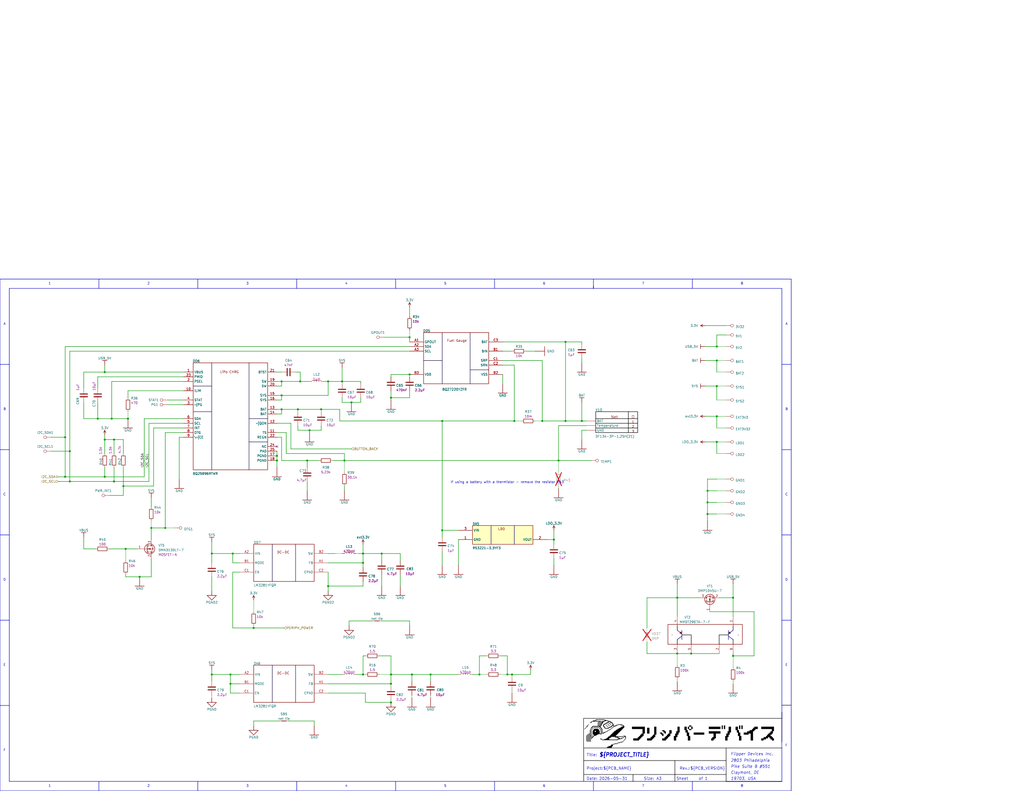
<source format=kicad_sch>
(kicad_sch (version 20230121) (generator eeschema)
  (paper "C")
  (title_block (rev "-"))
  (junction (at 69.85 228.6))
  (junction (at 57.15 240.03))
  (junction (at 35.56 238.76))
  (junction (at 386.08 267.97))
  (junction (at 179.07 320.04))
  (junction (at 53.34 228.6))
  (junction (at 191.77 219.71))
  (junction (at 82.55 288.29))
  (junction (at 151.13 248.92))
  (junction (at 153.67 208.28))
  (junction (at 279.4 368.3))
  (junction (at 391.16 189.23))
  (junction (at 391.16 227.33))
  (junction (at 224.79 368.3))
  (junction (at 241.3 289.56))
  (junction (at 304.8 251.46))
  (junction (at 76.2 314.96))
  (junction (at 391.16 241.3))
  (junction (at 213.36 373.38))
  (junction (at 276.86 368.3))
  (junction (at 57.15 203.2))
  (junction (at 151.13 251.46))
  (junction (at 241.3 229.87))
  (junction (at 167.64 251.46))
  (junction (at 377.19 356.87))
  (junction (at 213.36 368.3))
  (junction (at 280.67 229.87))
  (junction (at 138.43 342.9))
  (junction (at 38.1 246.38))
  (junction (at 198.12 307.34))
  (junction (at 295.91 229.87))
  (junction (at 62.23 262.89))
  (junction (at 386.08 274.32))
  (junction (at 400.05 326.39))
  (junction (at 162.56 223.52))
  (junction (at 391.16 210.82))
  (junction (at 308.61 186.69))
  (junction (at 369.57 326.39))
  (junction (at 115.57 368.3))
  (junction (at 386.08 280.67))
  (junction (at 38.1 262.89))
  (junction (at 198.12 302.26))
  (junction (at 261.62 368.3))
  (junction (at 90.17 288.29))
  (junction (at 125.73 368.3))
  (junction (at 68.58 299.72))
  (junction (at 175.26 223.52))
  (junction (at 35.56 260.35))
  (junction (at 223.52 184.15))
  (junction (at 179.07 208.28))
  (junction (at 400.05 358.14))
  (junction (at 168.91 234.95))
  (junction (at 163.83 208.28))
  (junction (at 127 302.26))
  (junction (at 67.31 265.43))
  (junction (at 308.61 229.87))
  (junction (at 234.95 368.3))
  (junction (at 153.67 215.9))
  (junction (at 153.67 223.52))
  (junction (at 223.52 204.47))
  (junction (at 125.73 373.38))
  (junction (at 317.5 229.87))
  (junction (at 57.15 260.35))
  (junction (at 187.96 251.46))
  (junction (at 213.36 217.17))
  (junction (at 198.12 368.3))
  (junction (at 60.96 228.6))
  (junction (at 208.28 302.26))
  (junction (at 369.57 356.87))
  (junction (at 62.23 240.03))
  (junction (at 186.69 208.28))
  (junction (at 213.36 383.54))
  (junction (at 391.16 196.85))
  (junction (at 302.26 294.64))
  (junction (at 115.57 302.26))
  (no_connect (at 151.13 243.84))
  (wire (pts (xy 167.64 262.89) (xy 167.64 267.97)) (stroke (width 0.254)))
  (polyline (pts (xy 396.24 415.29) (xy 318.516 415.29)) (stroke (width 0.254) (type solid) (color 0 0 0 1)))
  (polyline (pts (xy 161.925 157.48) (xy 161.925 152.4)) (stroke (width 0.254) (type solid)))
  (wire (pts (xy 400.05 358.14) (xy 400.05 364.49)))
  (wire (pts (xy 187.96 251.46) (xy 304.8 251.46)) (stroke (width 0.254)))
  (polyline (pts (xy 426.678 388.874) (xy 426.678 405.13)) (stroke (width 0.254) (type solid) (color 0 0 0 1)))
  (wire (pts (xy 391.16 274.32) (xy 386.08 274.32)) (stroke (width 0.254)))
  (wire (pts (xy 153.67 215.9) (xy 153.67 218.44)) (stroke (width 0.254)))
  (wire (pts (xy 190.5 339.09) (xy 190.5 341.63)) (stroke (width 0.254)))
  (wire (pts (xy 130.81 302.26) (xy 127 302.26)) (stroke (width 0.254)))
  (wire (pts (xy 274.32 209.55) (xy 274.32 204.47)) (stroke (width 0.254)))
  (wire (pts (xy 213.36 373.38) (xy 213.36 368.3)) (stroke (width 0.254)))
  (wire (pts (xy 151.13 248.92) (xy 151.13 246.38)) (stroke (width 0.254)))
  (wire (pts (xy 391.16 280.67) (xy 386.08 280.67)) (stroke (width 0.254)))
  (polyline (pts (xy 426.678 426.677) (xy 5.08 426.677)) (stroke (width 0.254) (type solid)))
  (polyline (pts (xy 269.875 426.72) (xy 269.875 431.8)) (stroke (width 0.254) (type solid)))
  (polyline (pts (xy 368.3 422.91) (xy 368.3 415.29)) (stroke (width 0.254) (type solid) (color 0 0 0 1)))
  (wire (pts (xy 138.43 342.9) (xy 154.94 342.9)) (stroke (width 0.254)))
  (wire (pts (xy 317.5 229.87) (xy 308.61 229.87)) (stroke (width 0.254)))
  (wire (pts (xy 69.85 224.79) (xy 69.85 228.6)))
  (wire (pts (xy 38.1 191.77) (xy 38.1 246.38)) (stroke (width 0.254)))
  (wire (pts (xy 130.81 307.34) (xy 127 307.34)) (stroke (width 0.254)))
  (wire (pts (xy 57.15 240.03) (xy 57.15 247.65)) (stroke (width 0.254)))
  (polyline (pts (xy 396.24 422.91) (xy 318.516 422.91)) (stroke (width 0.254) (type solid) (color 0 0 0 1)))
  (wire (pts (xy 207.01 368.3) (xy 213.36 368.3)))
  (wire (pts (xy 57.15 203.2) (xy 57.15 199.39)) (stroke (width 0.254)))
  (wire (pts (xy 90.17 288.29) (xy 82.55 288.29)) (stroke (width 0.254)))
  (wire (pts (xy 27.94 238.76) (xy 35.56 238.76)) (stroke (width 0.254)))
  (wire (pts (xy 45.72 203.2) (xy 45.72 212.09)) (stroke (width 0.254)))
  (wire (pts (xy 392.43 326.39) (xy 400.05 326.39)) (stroke (width 0.254)))
  (wire (pts (xy 234.95 368.3) (xy 234.95 372.11)) (stroke (width 0.254)))
  (wire (pts (xy 138.43 393.7) (xy 152.4 393.7)) (stroke (width 0.254)))
  (wire (pts (xy 35.56 260.35) (xy 35.56 238.76)) (stroke (width 0.254)))
  (wire (pts (xy 130.81 368.3) (xy 125.73 368.3)) (stroke (width 0.254)))
  (wire (pts (xy 181.61 251.46) (xy 187.96 251.46)) (stroke (width 0.254)))
  (polyline (pts (xy 426.72 198.967) (xy 431.8 198.967)) (stroke (width 0.254) (type solid)))
  (wire (pts (xy 386.08 261.62) (xy 391.16 261.62)) (stroke (width 0.254)))
  (wire (pts (xy 223.52 213.36) (xy 223.52 217.17)) (stroke (width 0.254)))
  (wire (pts (xy 391.16 241.3) (xy 391.16 247.65)) (stroke (width 0.254)))
  (wire (pts (xy 151.13 231.14) (xy 158.75 231.14)) (stroke (width 0.254)))
  (wire (pts (xy 391.16 247.65) (xy 396.24 247.65)))
  (wire (pts (xy 62.23 240.03) (xy 62.23 247.65)) (stroke (width 0.254)))
  (wire (pts (xy 369.57 370.84) (xy 369.57 372.11)))
  (wire (pts (xy 57.15 255.27) (xy 57.15 260.35)) (stroke (width 0.254)))
  (polyline (pts (xy 5.08 245.533) (xy 0 245.533)) (stroke (width 0.254) (type solid)))
  (wire (pts (xy 45.72 299.72) (xy 52.07 299.72)) (stroke (width 0.254)))
  (wire (pts (xy 130.81 378.46) (xy 125.73 378.46)) (stroke (width 0.254)))
  (wire (pts (xy 241.3 300.99) (xy 241.3 308.61)) (stroke (width 0.254)))
  (wire (pts (xy 208.28 302.26) (xy 208.28 306.07)) (stroke (width 0.254)))
  (wire (pts (xy 223.52 184.15) (xy 223.52 186.69)) (stroke (width 0.254)))
  (wire (pts (xy 153.67 223.52) (xy 151.13 223.52)) (stroke (width 0.254)))
  (wire (pts (xy 400.05 358.14) (xy 400.05 356.87)) (stroke (width 0.254)))
  (wire (pts (xy 127 307.34) (xy 127 302.26)) (stroke (width 0.254)))
  (wire (pts (xy 213.36 373.38) (xy 213.36 374.65)))
  (wire (pts (xy 317.5 195.58) (xy 317.5 198.12)) (stroke (width 0.254)))
  (wire (pts (xy 175.26 232.41) (xy 175.26 234.95)) (stroke (width 0.254)))
  (wire (pts (xy 185.42 229.87) (xy 185.42 223.52)) (stroke (width 0.254)))
  (wire (pts (xy 391.16 274.32) (xy 396.24 274.32)))
  (wire (pts (xy 194.31 368.3) (xy 198.12 368.3)) (stroke (width 0.254)))
  (wire (pts (xy 391.16 203.2) (xy 391.16 196.85)) (stroke (width 0.254)))
  (wire (pts (xy 213.36 358.14) (xy 213.36 368.3)) (stroke (width 0.254)))
  (wire (pts (xy 208.28 339.09) (xy 223.52 339.09)) (stroke (width 0.254)))
  (wire (pts (xy 304.8 265.43) (xy 304.8 266.7)))
  (wire (pts (xy 224.79 368.3) (xy 224.79 372.11)) (stroke (width 0.254)))
  (wire (pts (xy 261.62 368.3) (xy 261.62 358.14)) (stroke (width 0.254)))
  (wire (pts (xy 317.5 234.95) (xy 317.5 240.03)) (stroke (width 0.254)))
  (wire (pts (xy 391.16 261.62) (xy 396.24 261.62)))
  (wire (pts (xy 90.17 288.29) (xy 95.25 288.29)))
  (wire (pts (xy 186.69 219.71) (xy 191.77 219.71)) (stroke (width 0.254)))
  (wire (pts (xy 273.05 368.3) (xy 276.86 368.3)))
  (wire (pts (xy 391.16 241.3) (xy 396.24 241.3)))
  (wire (pts (xy 411.48 334.01) (xy 411.48 358.14)) (stroke (width 0.254)))
  (wire (pts (xy 100.33 231.14) (xy 81.28 231.14)) (stroke (width 0.254)))
  (wire (pts (xy 179.07 208.28) (xy 186.69 208.28)) (stroke (width 0.254)))
  (wire (pts (xy 391.16 189.23) (xy 396.24 189.23)))
  (wire (pts (xy 198.12 302.26) (xy 208.28 302.26)) (stroke (width 0.254)))
  (wire (pts (xy 151.13 255.27) (xy 151.13 251.46)) (stroke (width 0.254)))
  (wire (pts (xy 234.95 368.3) (xy 250.19 368.3)) (stroke (width 0.254)))
  (wire (pts (xy 391.16 196.85) (xy 384.81 196.85)) (stroke (width 0.254)))
  (wire (pts (xy 304.8 251.46) (xy 322.58 251.46)) (stroke (width 0.254)))
  (wire (pts (xy 198.12 320.04) (xy 179.07 320.04)) (stroke (width 0.254)))
  (wire (pts (xy 208.28 313.69) (xy 208.28 320.04)) (stroke (width 0.254)))
  (wire (pts (xy 391.16 280.67) (xy 396.24 280.67)))
  (polyline (pts (xy 215.9 426.72) (xy 215.9 431.8)) (stroke (width 0.254) (type solid)))
  (wire (pts (xy 91.44 220.98) (xy 100.33 220.98)) (stroke (width 0.254)))
  (polyline (pts (xy 323.85 426.72) (xy 323.85 431.8)) (stroke (width 0.254) (type solid)))
  (wire (pts (xy 224.79 368.3) (xy 234.95 368.3)) (stroke (width 0.254)))
  (wire (pts (xy 179.07 320.04) (xy 179.07 312.42)) (stroke (width 0.254)))
  (wire (pts (xy 81.28 262.89) (xy 62.23 262.89)) (stroke (width 0.254)))
  (polyline (pts (xy 318.516 408.432) (xy 426.72 408.432)) (stroke (width 0.254) (type solid) (color 0 0 0 1)))
  (wire (pts (xy 100.33 233.68) (xy 83.82 233.68)) (stroke (width 0.254)))
  (wire (pts (xy 57.15 260.35) (xy 78.74 260.35)) (stroke (width 0.254)))
  (wire (pts (xy 67.31 240.03) (xy 67.31 247.65)) (stroke (width 0.254)))
  (wire (pts (xy 391.16 267.97) (xy 396.24 267.97)))
  (wire (pts (xy 386.08 267.97) (xy 386.08 274.32)) (stroke (width 0.254)))
  (wire (pts (xy 391.16 210.82) (xy 384.81 210.82)) (stroke (width 0.254)))
  (wire (pts (xy 130.81 312.42) (xy 127 312.42)) (stroke (width 0.254)))
  (wire (pts (xy 384.81 227.33) (xy 391.16 227.33)) (stroke (width 0.254)))
  (wire (pts (xy 125.73 368.3) (xy 115.57 368.3)) (stroke (width 0.254)))
  (wire (pts (xy 59.69 270.51) (xy 67.31 270.51)) (stroke (width 0.254)))
  (wire (pts (xy 125.73 373.38) (xy 125.73 368.3)) (stroke (width 0.254)))
  (wire (pts (xy 302.26 289.56) (xy 302.26 294.64)) (stroke (width 0.254)))
  (wire (pts (xy 353.06 326.39) (xy 353.06 342.9)) (stroke (width 0.254)))
  (wire (pts (xy 31.75 260.35) (xy 35.56 260.35)) (stroke (width 0.254)))
  (wire (pts (xy 162.56 223.52) (xy 162.56 224.79)))
  (wire (pts (xy 411.48 358.14) (xy 400.05 358.14)) (stroke (width 0.254)))
  (wire (pts (xy 125.73 378.46) (xy 125.73 373.38)) (stroke (width 0.254)))
  (wire (pts (xy 187.96 251.46) (xy 187.96 257.81)))
  (wire (pts (xy 213.36 383.54) (xy 199.39 383.54)) (stroke (width 0.254)))
  (polyline (pts (xy 426.72 245.533) (xy 431.8 245.533)) (stroke (width 0.254) (type solid)))
  (wire (pts (xy 223.52 167.64) (xy 223.52 172.72)) (stroke (width 0.254)))
  (wire (pts (xy 213.36 373.38) (xy 179.07 373.38)) (stroke (width 0.254)))
  (wire (pts (xy 391.16 196.85) (xy 396.24 196.85)))
  (wire (pts (xy 295.91 196.85) (xy 274.32 196.85)) (stroke (width 0.254)))
  (wire (pts (xy 151.13 236.22) (xy 156.21 236.22)) (stroke (width 0.254)))
  (polyline (pts (xy 396.24 426.72) (xy 426.72 426.72)) (stroke (width 0.254) (type solid) (color 0 0 0 1)))
  (wire (pts (xy 391.16 267.97) (xy 386.08 267.97)) (stroke (width 0.254)))
  (wire (pts (xy 391.16 182.88) (xy 396.24 182.88)) (stroke (width 0.254)))
  (wire (pts (xy 138.43 327.66) (xy 138.43 334.01)))
  (wire (pts (xy 167.64 251.46) (xy 153.67 251.46)) (stroke (width 0.254)))
  (wire (pts (xy 171.45 393.7) (xy 171.45 396.24)) (stroke (width 0.254)))
  (wire (pts (xy 213.36 204.47) (xy 213.36 205.74)) (stroke (width 0.254)))
  (wire (pts (xy 384.81 177.8) (xy 396.24 177.8)) (stroke (width 0.254)))
  (wire (pts (xy 53.34 219.71) (xy 53.34 228.6)) (stroke (width 0.254)))
  (wire (pts (xy 138.43 341.63) (xy 138.43 342.9)))
  (wire (pts (xy 384.81 241.3) (xy 391.16 241.3)) (stroke (width 0.254)))
  (wire (pts (xy 304.8 251.46) (xy 304.8 232.41)) (stroke (width 0.254)))
  (wire (pts (xy 191.77 219.71) (xy 196.85 219.71)) (stroke (width 0.254)))
  (wire (pts (xy 62.23 262.89) (xy 38.1 262.89)) (stroke (width 0.254)))
  (wire (pts (xy 78.74 260.35) (xy 78.74 228.6)) (stroke (width 0.254)))
  (polyline (pts (xy 0 152.4) (xy 431.758 152.4)) (stroke (width 0.254) (type solid)))
  (wire (pts (xy 289.56 368.3) (xy 289.56 365.76)) (stroke (width 0.254)))
  (wire (pts (xy 276.86 358.14) (xy 276.86 368.3)) (stroke (width 0.254)))
  (wire (pts (xy 320.04 234.95) (xy 317.5 234.95)) (stroke (width 0.254)))
  (polyline (pts (xy 5.08 385.233) (xy 0 385.233)) (stroke (width 0.254) (type solid)))
  (wire (pts (xy 45.72 293.37) (xy 45.72 299.72)) (stroke (width 0.254)))
  (wire (pts (xy 168.91 236.22) (xy 168.91 234.95)) (stroke (width 0.254)))
  (polyline (pts (xy 426.72 385.064) (xy 431.8 385.064)) (stroke (width 0.254) (type solid) (color 0 0 0 1)))
  (wire (pts (xy 60.96 228.6) (xy 60.96 208.28)) (stroke (width 0.254)))
  (polyline (pts (xy 53.975 426.72) (xy 53.975 431.8)) (stroke (width 0.254) (type solid)))
  (wire (pts (xy 38.1 262.89) (xy 31.75 262.89)) (stroke (width 0.254)))
  (wire (pts (xy 369.57 326.39) (xy 369.57 318.77)) (stroke (width 0.254)))
  (wire (pts (xy 179.07 302.26) (xy 182.88 302.26)) (stroke (width 0.254)))
  (wire (pts (xy 218.44 313.69) (xy 218.44 320.04)) (stroke (width 0.254)))
  (wire (pts (xy 203.2 339.09) (xy 190.5 339.09)) (stroke (width 0.254)))
  (wire (pts (xy 198.12 307.34) (xy 198.12 309.88)) (stroke (width 0.254)))
  (wire (pts (xy 224.79 204.47) (xy 223.52 204.47)) (stroke (width 0.254)))
  (wire (pts (xy 127 312.42) (xy 127 342.9)) (stroke (width 0.254)))
  (wire (pts (xy 57.15 237.49) (xy 57.15 240.03)) (stroke (width 0.254)))
  (wire (pts (xy 276.86 368.3) (xy 279.4 368.3)) (stroke (width 0.254)))
  (wire (pts (xy 308.61 186.69) (xy 308.61 229.87)) (stroke (width 0.254)))
  (wire (pts (xy 156.21 247.65) (xy 187.96 247.65)) (stroke (width 0.254)))
  (wire (pts (xy 391.16 218.44) (xy 396.24 218.44)))
  (wire (pts (xy 369.57 356.87) (xy 369.57 363.22)))
  (wire (pts (xy 115.57 314.96) (xy 115.57 322.58)) (stroke (width 0.254)))
  (polyline (pts (xy 107.95 426.72) (xy 107.95 431.8)) (stroke (width 0.254) (type solid)))
  (wire (pts (xy 213.36 213.36) (xy 213.36 217.17)) (stroke (width 0.254)))
  (wire (pts (xy 386.08 280.67) (xy 386.08 284.48)) (stroke (width 0.254)))
  (polyline (pts (xy 323.85 157.48) (xy 323.85 152.4)) (stroke (width 0.254) (type solid)))
  (wire (pts (xy 153.67 226.06) (xy 151.13 226.06)) (stroke (width 0.254)))
  (wire (pts (xy 317.5 219.71) (xy 317.5 229.87)) (stroke (width 0.254)))
  (wire (pts (xy 218.44 302.26) (xy 218.44 306.07)) (stroke (width 0.254)))
  (wire (pts (xy 273.05 358.14) (xy 276.86 358.14)) (stroke (width 0.254)))
  (wire (pts (xy 186.69 208.28) (xy 186.69 200.66)) (stroke (width 0.254)))
  (wire (pts (xy 194.31 302.26) (xy 195.58 302.26)))
  (wire (pts (xy 391.16 233.68) (xy 396.24 233.68)))
  (polyline (pts (xy 368.3 426.72) (xy 368.3 422.91)) (stroke (width 0.254) (type solid) (color 0 0 0 1)))
  (polyline (pts (xy 323.85 157.48) (xy 323.85 156.21)) (stroke (width 0.254) (type solid)))
  (wire (pts (xy 223.52 180.34) (xy 223.52 184.15)))
  (polyline (pts (xy 5.08 157.481) (xy 426.678 157.481)) (stroke (width 0.254) (type solid)))
  (wire (pts (xy 213.36 382.27) (xy 213.36 383.54)))
  (wire (pts (xy 400.05 326.39) (xy 400.05 318.77)) (stroke (width 0.254)))
  (wire (pts (xy 151.13 251.46) (xy 151.13 248.92)) (stroke (width 0.254)))
  (wire (pts (xy 353.06 350.52) (xy 353.06 356.87)) (stroke (width 0.254)))
  (wire (pts (xy 163.83 203.2) (xy 163.83 208.28)) (stroke (width 0.254)))
  (wire (pts (xy 274.32 199.39) (xy 280.67 199.39)) (stroke (width 0.254)))
  (wire (pts (xy 279.4 377.19) (xy 279.4 378.46)))
  (polyline (pts (xy 215.9 157.48) (xy 215.9 152.4)) (stroke (width 0.254) (type solid)))
  (wire (pts (xy 304.8 251.46) (xy 304.8 257.81)))
  (wire (pts (xy 127 302.26) (xy 115.57 302.26)) (stroke (width 0.254)))
  (wire (pts (xy 377.19 356.87) (xy 392.43 356.87)) (stroke (width 0.254)))
  (polyline (pts (xy 377.825 157.48) (xy 377.825 152.4)) (stroke (width 0.254) (type solid)))
  (wire (pts (xy 158.75 231.14) (xy 158.75 245.11)) (stroke (width 0.254)))
  (wire (pts (xy 304.8 232.41) (xy 320.04 232.41)) (stroke (width 0.254)))
  (wire (pts (xy 168.91 234.95) (xy 175.26 234.95)) (stroke (width 0.254)))
  (wire (pts (xy 62.23 240.03) (xy 57.15 240.03)) (stroke (width 0.254)))
  (wire (pts (xy 153.67 208.28) (xy 151.13 208.28)) (stroke (width 0.254)))
  (wire (pts (xy 280.67 199.39) (xy 280.67 229.87)) (stroke (width 0.254)))
  (wire (pts (xy 223.52 191.77) (xy 38.1 191.77)) (stroke (width 0.254)))
  (wire (pts (xy 353.06 356.87) (xy 369.57 356.87)) (stroke (width 0.254)))
  (wire (pts (xy 59.69 299.72) (xy 68.58 299.72)) (stroke (width 0.254)))
  (wire (pts (xy 45.72 219.71) (xy 45.72 228.6)) (stroke (width 0.254)))
  (wire (pts (xy 250.19 289.56) (xy 241.3 289.56)) (stroke (width 0.254)))
  (wire (pts (xy 223.52 204.47) (xy 213.36 204.47)) (stroke (width 0.254)))
  (wire (pts (xy 186.69 217.17) (xy 186.69 219.71)) (stroke (width 0.254)))
  (wire (pts (xy 250.19 308.61) (xy 250.19 294.64)) (stroke (width 0.254)))
  (wire (pts (xy 162.56 234.95) (xy 168.91 234.95)) (stroke (width 0.254)))
  (wire (pts (xy 138.43 393.7) (xy 138.43 396.24)) (stroke (width 0.254)))
  (wire (pts (xy 78.74 228.6) (xy 100.33 228.6)) (stroke (width 0.254)))
  (wire (pts (xy 76.2 314.96) (xy 82.55 314.96)) (stroke (width 0.254)))
  (polyline (pts (xy 431.758 431.758) (xy 0 431.758)) (stroke (width 0.254) (type solid)))
  (wire (pts (xy 115.57 368.3) (xy 115.57 372.11)) (stroke (width 0.254)))
  (wire (pts (xy 317.5 186.69) (xy 317.5 187.96)) (stroke (width 0.254)))
  (wire (pts (xy 198.12 358.14) (xy 198.12 368.3)) (stroke (width 0.254)))
  (wire (pts (xy 91.44 218.44) (xy 100.33 218.44)) (stroke (width 0.254)))
  (wire (pts (xy 257.81 368.3) (xy 261.62 368.3)) (stroke (width 0.254)))
  (wire (pts (xy 97.79 261.62) (xy 97.79 238.76)) (stroke (width 0.254)))
  (wire (pts (xy 158.75 245.11) (xy 191.77 245.11)) (stroke (width 0.254)))
  (wire (pts (xy 198.12 302.26) (xy 198.12 307.34)) (stroke (width 0.254)))
  (wire (pts (xy 176.53 208.28) (xy 179.07 208.28)) (stroke (width 0.254)))
  (wire (pts (xy 38.1 246.38) (xy 38.1 262.89)) (stroke (width 0.254)))
  (wire (pts (xy 196.85 208.28) (xy 196.85 209.55)) (stroke (width 0.254)))
  (wire (pts (xy 209.55 184.15) (xy 223.52 184.15)) (stroke (width 0.254)))
  (wire (pts (xy 97.79 238.76) (xy 100.33 238.76)) (stroke (width 0.254)))
  (wire (pts (xy 386.08 274.32) (xy 386.08 280.67)) (stroke (width 0.254)))
  (wire (pts (xy 62.23 255.27) (xy 62.23 262.89)) (stroke (width 0.254)))
  (wire (pts (xy 391.16 189.23) (xy 384.81 189.23)) (stroke (width 0.254)))
  (wire (pts (xy 279.4 368.3) (xy 279.4 369.57)))
  (wire (pts (xy 391.16 227.33) (xy 396.24 227.33)))
  (wire (pts (xy 261.62 368.3) (xy 265.43 368.3)))
  (polyline (pts (xy 0 431.758) (xy 0 152.4)) (stroke (width 0.254) (type solid)))
  (wire (pts (xy 280.67 229.87) (xy 284.48 229.87)))
  (wire (pts (xy 391.16 218.44) (xy 391.16 210.82)) (stroke (width 0.254)))
  (wire (pts (xy 234.95 379.73) (xy 234.95 381)))
  (polyline (pts (xy 377.825 426.72) (xy 377.825 431.8)) (stroke (width 0.254) (type solid)))
  (wire (pts (xy 156.21 236.22) (xy 156.21 247.65)) (stroke (width 0.254)))
  (polyline (pts (xy 396.24 426.72) (xy 396.24 408.432)) (stroke (width 0.254) (type solid) (color 0 0 0 1)))
  (wire (pts (xy 175.26 223.52) (xy 175.26 224.79)))
  (wire (pts (xy 68.58 314.96) (xy 76.2 314.96)) (stroke (width 0.254)))
  (wire (pts (xy 213.36 218.44) (xy 213.36 217.17)) (stroke (width 0.254)))
  (wire (pts (xy 199.39 378.46) (xy 179.07 378.46)) (stroke (width 0.254)))
  (wire (pts (xy 241.3 289.56) (xy 241.3 229.87)) (stroke (width 0.254)))
  (wire (pts (xy 163.83 208.28) (xy 153.67 208.28)) (stroke (width 0.254)))
  (wire (pts (xy 198.12 368.3) (xy 199.39 368.3)))
  (wire (pts (xy 386.08 267.97) (xy 386.08 261.62)) (stroke (width 0.254)))
  (wire (pts (xy 151.13 203.2) (xy 153.67 203.2)) (stroke (width 0.254)))
  (wire (pts (xy 83.82 265.43) (xy 67.31 265.43)) (stroke (width 0.254)))
  (wire (pts (xy 274.32 186.69) (xy 308.61 186.69)) (stroke (width 0.254)))
  (wire (pts (xy 167.64 251.46) (xy 167.64 255.27)) (stroke (width 0.254)))
  (wire (pts (xy 295.91 229.87) (xy 295.91 196.85)) (stroke (width 0.254)))
  (wire (pts (xy 82.55 288.29) (xy 82.55 294.64)) (stroke (width 0.254)))
  (wire (pts (xy 60.96 208.28) (xy 100.33 208.28)) (stroke (width 0.254)))
  (wire (pts (xy 199.39 383.54) (xy 199.39 378.46)) (stroke (width 0.254)))
  (wire (pts (xy 153.67 210.82) (xy 151.13 210.82)) (stroke (width 0.254)))
  (wire (pts (xy 391.16 210.82) (xy 396.24 210.82)))
  (polyline (pts (xy 5.08 426.677) (xy 5.08 157.481)) (stroke (width 0.254) (type solid)))
  (wire (pts (xy 207.01 358.14) (xy 213.36 358.14)) (stroke (width 0.254)))
  (wire (pts (xy 179.07 322.58) (xy 179.07 320.04)) (stroke (width 0.254)))
  (wire (pts (xy 115.57 379.73) (xy 115.57 381)))
  (wire (pts (xy 69.85 213.36) (xy 100.33 213.36)) (stroke (width 0.254)))
  (wire (pts (xy 224.79 379.73) (xy 224.79 381)))
  (polyline (pts (xy 5.08 292.1) (xy 0 292.1)) (stroke (width 0.254) (type solid)))
  (wire (pts (xy 153.67 238.76) (xy 151.13 238.76)) (stroke (width 0.254)))
  (wire (pts (xy 90.17 236.22) (xy 90.17 288.29)) (stroke (width 0.254)))
  (polyline (pts (xy 5.08 198.967) (xy 0 198.967)) (stroke (width 0.254) (type solid)))
  (wire (pts (xy 67.31 265.43) (xy 67.31 270.51)) (stroke (width 0.254)))
  (polyline (pts (xy 53.975 157.48) (xy 53.975 152.4)) (stroke (width 0.254) (type solid)))
  (polyline (pts (xy 107.95 157.48) (xy 107.95 152.4)) (stroke (width 0.254) (type solid)))
  (wire (pts (xy 186.69 208.28) (xy 196.85 208.28)) (stroke (width 0.254)))
  (wire (pts (xy 82.55 271.78) (xy 82.55 276.86)) (stroke (width 0.254)))
  (wire (pts (xy 369.57 326.39) (xy 369.57 336.55)) (stroke (width 0.254)))
  (wire (pts (xy 162.56 223.52) (xy 175.26 223.52)) (stroke (width 0.254)))
  (wire (pts (xy 391.16 182.88) (xy 391.16 189.23)) (stroke (width 0.254)))
  (wire (pts (xy 369.57 326.39) (xy 382.27 326.39)) (stroke (width 0.254)))
  (wire (pts (xy 82.55 314.96) (xy 82.55 304.8)) (stroke (width 0.254)))
  (wire (pts (xy 195.58 302.26) (xy 198.12 302.26)) (stroke (width 0.254)))
  (wire (pts (xy 198.12 358.14) (xy 199.39 358.14)) (stroke (width 0.254)))
  (wire (pts (xy 369.57 356.87) (xy 377.19 356.87)) (stroke (width 0.254)))
  (wire (pts (xy 187.96 247.65) (xy 187.96 251.46)) (stroke (width 0.254)))
  (wire (pts (xy 387.35 334.01) (xy 411.48 334.01)) (stroke (width 0.254)))
  (wire (pts (xy 198.12 302.26) (xy 198.12 297.18)) (stroke (width 0.254)))
  (wire (pts (xy 187.96 265.43) (xy 187.96 267.97)) (stroke (width 0.254)))
  (polyline (pts (xy 345.44 426.72) (xy 345.44 422.91)) (stroke (width 0.254) (type solid) (color 0 0 0 1)))
  (wire (pts (xy 280.67 229.87) (xy 241.3 229.87)) (stroke (width 0.254)))
  (wire (pts (xy 100.33 236.22) (xy 90.17 236.22)) (stroke (width 0.254)))
  (polyline (pts (xy 431.758 152.4) (xy 431.758 431.758)) (stroke (width 0.254) (type solid)))
  (wire (pts (xy 115.57 302.26) (xy 115.57 307.34)) (stroke (width 0.254)))
  (wire (pts (xy 179.07 215.9) (xy 153.67 215.9)) (stroke (width 0.254)))
  (wire (pts (xy 198.12 317.5) (xy 198.12 320.04)) (stroke (width 0.254)))
  (wire (pts (xy 53.34 205.74) (xy 53.34 212.09)) (stroke (width 0.254)))
  (polyline (pts (xy 426.678 157.481) (xy 426.678 426.677)) (stroke (width 0.254) (type solid)))
  (wire (pts (xy 69.85 213.36) (xy 69.85 217.17)) (stroke (width 0.254)))
  (wire (pts (xy 35.56 260.35) (xy 57.15 260.35)) (stroke (width 0.254)))
  (polyline (pts (xy 5.08 338.667) (xy 0 338.667)) (stroke (width 0.254) (type solid)))
  (wire (pts (xy 35.56 189.23) (xy 223.52 189.23)) (stroke (width 0.254)))
  (wire (pts (xy 67.31 255.27) (xy 67.31 265.43)) (stroke (width 0.254)))
  (wire (pts (xy 53.34 228.6) (xy 60.96 228.6)) (stroke (width 0.254)))
  (wire (pts (xy 100.33 205.74) (xy 53.34 205.74)) (stroke (width 0.254)))
  (wire (pts (xy 100.33 203.2) (xy 57.15 203.2)) (stroke (width 0.254)))
  (wire (pts (xy 261.62 358.14) (xy 265.43 358.14)) (stroke (width 0.254)))
  (wire (pts (xy 317.5 229.87) (xy 320.04 229.87)) (stroke (width 0.254)))
  (wire (pts (xy 127 342.9) (xy 138.43 342.9)) (stroke (width 0.254)))
  (wire (pts (xy 302.26 304.8) (xy 302.26 308.61)) (stroke (width 0.254)))
  (wire (pts (xy 298.45 294.64) (xy 302.26 294.64)) (stroke (width 0.254)))
  (wire (pts (xy 163.83 208.28) (xy 168.91 208.28)) (stroke (width 0.254)))
  (wire (pts (xy 67.31 240.03) (xy 62.23 240.03)) (stroke (width 0.254)))
  (wire (pts (xy 241.3 229.87) (xy 185.42 229.87)) (stroke (width 0.254)))
  (polyline (pts (xy 161.925 426.72) (xy 161.925 431.8)) (stroke (width 0.254) (type solid)))
  (wire (pts (xy 186.69 208.28) (xy 186.69 209.55)))
  (wire (pts (xy 161.29 203.2) (xy 163.83 203.2)) (stroke (width 0.254)))
  (wire (pts (xy 27.94 246.38) (xy 38.1 246.38)) (stroke (width 0.254)))
  (wire (pts (xy 400.05 336.55) (xy 400.05 326.39)) (stroke (width 0.254)))
  (wire (pts (xy 391.16 227.33) (xy 391.16 233.68)) (stroke (width 0.254)))
  (wire (pts (xy 179.07 208.28) (xy 179.07 215.9)) (stroke (width 0.254)))
  (polyline (pts (xy 269.875 157.48) (xy 269.875 152.4)) (stroke (width 0.254) (type solid)))
  (wire (pts (xy 213.36 368.3) (xy 224.79 368.3)) (stroke (width 0.254)))
  (wire (pts (xy 130.81 373.38) (xy 125.73 373.38)) (stroke (width 0.254)))
  (wire (pts (xy 317.5 186.69) (xy 308.61 186.69)) (stroke (width 0.254)))
  (wire (pts (xy 60.96 228.6) (xy 69.85 228.6)) (stroke (width 0.254)))
  (wire (pts (xy 153.67 218.44) (xy 151.13 218.44)) (stroke (width 0.254)))
  (wire (pts (xy 68.58 299.72) (xy 68.58 306.07)))
  (polyline (pts (xy 426.72 292.1) (xy 431.8 292.1)) (stroke (width 0.254) (type solid)))
  (wire (pts (xy 68.58 299.72) (xy 74.93 299.72)) (stroke (width 0.254)))
  (wire (pts (xy 45.72 228.6) (xy 53.34 228.6)) (stroke (width 0.254)))
  (wire (pts (xy 153.67 223.52) (xy 162.56 223.52)) (stroke (width 0.254)))
  (wire (pts (xy 179.07 368.3) (xy 186.69 368.3)) (stroke (width 0.254)))
  (wire (pts (xy 115.57 302.26) (xy 115.57 295.91)) (stroke (width 0.254)))
  (wire (pts (xy 308.61 229.87) (xy 295.91 229.87)) (stroke (width 0.254)))
  (wire (pts (xy 153.67 251.46) (xy 153.67 238.76)) (stroke (width 0.254)))
  (wire (pts (xy 287.02 191.77) (xy 292.1 191.77)) (stroke (width 0.254)))
  (wire (pts (xy 196.85 217.17) (xy 196.85 219.71)) (stroke (width 0.254)))
  (wire (pts (xy 279.4 368.3) (xy 289.56 368.3)) (stroke (width 0.254)))
  (wire (pts (xy 162.56 232.41) (xy 162.56 234.95)) (stroke (width 0.254)))
  (wire (pts (xy 157.48 393.7) (xy 171.45 393.7)) (stroke (width 0.254)))
  (wire (pts (xy 153.67 215.9) (xy 151.13 215.9)) (stroke (width 0.254)))
  (wire (pts (xy 68.58 313.69) (xy 68.58 314.96)) (stroke (width 0.254)))
  (wire (pts (xy 223.52 339.09) (xy 223.52 341.63)) (stroke (width 0.254)))
  (wire (pts (xy 153.67 208.28) (xy 153.67 210.82)) (stroke (width 0.254)))
  (wire (pts (xy 35.56 238.76) (xy 35.56 189.23)) (stroke (width 0.254)))
  (wire (pts (xy 83.82 233.68) (xy 83.82 265.43)) (stroke (width 0.254)))
  (wire (pts (xy 292.1 229.87) (xy 295.91 229.87)))
  (wire (pts (xy 82.55 284.48) (xy 82.55 288.29)))
  (wire (pts (xy 218.44 302.26) (xy 208.28 302.26)) (stroke (width 0.254)))
  (wire (pts (xy 182.88 302.26) (xy 186.69 302.26)))
  (wire (pts (xy 400.05 372.11) (xy 400.05 373.38)))
  (wire (pts (xy 302.26 294.64) (xy 302.26 297.18)) (stroke (width 0.254)))
  (wire (pts (xy 81.28 231.14) (xy 81.28 262.89)) (stroke (width 0.254)))
  (wire (pts (xy 167.64 251.46) (xy 173.99 251.46)) (stroke (width 0.254)))
  (wire (pts (xy 175.26 223.52) (xy 185.42 223.52)) (stroke (width 0.254)))
  (wire (pts (xy 391.16 203.2) (xy 396.24 203.2)))
  (wire (pts (xy 353.06 326.39) (xy 369.57 326.39)) (stroke (width 0.254)))
  (wire (pts (xy 153.67 223.52) (xy 153.67 226.06)) (stroke (width 0.254)))
  (wire (pts (xy 57.15 203.2) (xy 45.72 203.2)) (stroke (width 0.254)))
  (wire (pts (xy 223.52 204.47) (xy 223.52 205.74)))
  (wire (pts (xy 274.32 191.77) (xy 279.4 191.77)) (stroke (width 0.254)))
  (wire (pts (xy 241.3 289.56) (xy 241.3 293.37)) (stroke (width 0.254)))
  (wire (pts (xy 213.36 217.17) (xy 223.52 217.17)) (stroke (width 0.254)))
  (wire (pts (xy 179.07 307.34) (xy 198.12 307.34)) (stroke (width 0.254)))
  (polyline (pts (xy 426.72 338.667) (xy 431.8 338.667)) (stroke (width 0.254) (type solid)))
  (wire (pts (xy 115.57 365.76) (xy 115.57 368.3)) (stroke (width 0.254)))
  (polyline (pts (xy 426.72 392.176) (xy 318.516 392.176) (xy 318.516 426.466)) (stroke (width 0.254) (type solid) (color 0 0 0 1)))
  (image (at 372.436 400.431) (scale 1.24342))
  (text "Sheet" (at 369.062 426.212 0) (effects (font (size 1.524 1.524)) (justify left bottom)))
  (text "2" (at 80.348 430.02 0) (effects (font (size 1.27 1.27)) (justify left bottom)))
  (text "1" (at 26.373 155.7 0) (effects (font (size 1.27 1.27)) (justify left bottom)))
  (text "4" (at 188.298 430.02 0) (effects (font (size 1.27 1.27)) (justify left bottom)))
  (text "D" (at 1.734 317.415 0) (effects (font (size 1.27 1.27)) (justify left bottom)))
  (text "3" (at 134.323 430.02 0) (effects (font (size 1.27 1.27)) (justify left bottom)))
  (text "${#}" (at 375.92 426.212 0) (effects (font (size 1.524 1.524)) (justify left bottom)))
  (text "${##}" (at 384.556 426.212 0) (effects (font (size 1.524 1.524)) (justify left bottom)))
  (text "4" (at 188.298 155.7 0) (effects (font (size 1.27 1.27)) (justify left bottom)))
  (text "6" (at 296.248 430.02 0) (effects (font (size 1.27 1.27)) (justify left bottom)))
  (text "Date:" (at 320.04 426.212 0) (effects (font (size 1.524 1.524)) (justify left bottom)))
  (text "If using a battery with a thermistor - remove the resistor R43" (at 245.872 264.16 0) (effects (font (size 1.27 1.27)) (justify left bottom)))
  (text "Size:" (at 351.282 426.212 0) (effects (font (size 1.524 1.524)) (justify left bottom)))
  (text "F" (at 1.798 410.549 0) (effects (font (size 1.27 1.27)) (justify left bottom)))
  (text "Title:" (at 320.04 413.258 0) (effects (font (size 1.524 1.524)) (justify left bottom)))
  (text "${PCB_NAME}" (at 329.184 420.624 0) (effects (font (size 1.524 1.524)) (justify left bottom)))
  (text "7" (at 350.223 430.02 0) (effects (font (size 1.27 1.27)) (justify left bottom)))
  (text "2803 Philadelphia" (at 398.78 416.306 0) (effects (font (size 1.524 1.524) italic) (justify left bottom)))
  (text "1" (at 26.373 430.02 0) (effects (font (size 1.27 1.27)) (justify left bottom)))
  (text "Rev.:" (at 370.84 420.624 0) (effects (font (size 1.524 1.524)) (justify left bottom)))
  (text "${CURRENT_DATE}" (at 326.898 426.212 0) (effects (font (size 1.524 1.524)) (justify left bottom)))
  (text "A" (at 1.862 177.715 0) (effects (font (size 1.27 1.27)) (justify left bottom)))
  (text "Claymont, DE" (at 398.78 422.91 0) (effects (font (size 1.524 1.524) italic) (justify left bottom)))
  (text "D" (at 428.454 317.415 0) (effects (font (size 1.27 1.27)) (justify left bottom)))
  (text "3" (at 134.323 155.7 0) (effects (font (size 1.27 1.27)) (justify left bottom)))
  (text "of" (at 381.254 426.212 0) (effects (font (size 1.524 1.524)) (justify left bottom)))
  (text "E" (at 428.518 363.982 0) (effects (font (size 1.27 1.27)) (justify left bottom)))
  (text "Pike Suite B #551" (at 398.78 419.608 0) (effects (font (size 1.524 1.524) italic) (justify left bottom)))
  (text "Flipper Devices Inc." (at 398.78 412.75 0) (effects (font (size 1.524 1.524) italic) (justify left bottom)))
  (text "5" (at 242.273 155.7 0) (effects (font (size 1.27 1.27)) (justify left bottom)))
  (text "19703, USA" (at 398.78 426.212 0) (effects (font (size 1.524 1.524) italic) (justify left bottom)))
  (text "8" (at 404.198 155.7 0) (effects (font (size 1.27 1.27)) (justify left bottom)))
  (text "7" (at 350.223 155.7 0) (effects (font (size 1.27 1.27)) (justify left bottom)))
  (text "2" (at 80.348 155.7 0) (effects (font (size 1.27 1.27)) (justify left bottom)))
  (text "B" (at 428.518 224.282 0) (effects (font (size 1.27 1.27)) (justify left bottom)))
  (text "A" (at 428.582 177.715 0) (effects (font (size 1.27 1.27)) (justify left bottom)))
  (text "5" (at 242.273 430.02 0) (effects (font (size 1.27 1.27)) (justify left bottom)))
  (text "C" (at 428.454 270.849 0) (effects (font (size 1.27 1.27)) (justify left bottom)))
  (text "8" (at 404.198 430.02 0) (effects (font (size 1.27 1.27)) (justify left bottom)))
  (text "6" (at 296.248 155.7 0) (effects (font (size 1.27 1.27)) (justify left bottom)))
  (text "F" (at 428.498 407.924 0) (effects (font (size 1.27 1.27)) (justify left bottom)))
  (text "Project:" (at 320.04 420.624 0) (effects (font (size 1.524 1.524)) (justify left bottom)))
  (text "A3" (at 358.14 426.212 0) (effects (font (size 1.524 1.524)) (justify left bottom)))
  (text "E" (at 1.798 363.982 0) (effects (font (size 1.27 1.27)) (justify left bottom)))
  (text "${PROJECT_TITLE}" (at 326.898 413.512 0) (effects (font (size 2.032 2.032) bold italic) (justify left bottom)))
  (text "${PCB_VERSION}" (at 376.682 420.624 0) (effects (font (size 1.524 1.524)) (justify left bottom)))
  (text "B" (at 1.798 224.282 0) (effects (font (size 1.27 1.27)) (justify left bottom)))
  (text "C" (at 1.734 270.849 0) (effects (font (size 1.27 1.27)) (justify left bottom)))
  (label "I2C_SDA" (at 78.74 255.27 90))
  (label "I2C_SCL" (at 81.28 255.27 90))
  (hierarchical_label "I2C_SCL" (shape input) (at 31.75 262.89 180))
  (hierarchical_label "PERIPH_POWER" (shape input) (at 154.94 342.9 0))
  (hierarchical_label "I2C_SDA" (shape bidirectional) (at 31.75 260.35 180))
  (hierarchical_label "BUTTON_BACK" (shape input) (at 191.77 245.11 0))
  (symbol (lib_id "flipper_main-altium-import:GND") (at 208.28 320.04 0) (unit 1)
    (property "Reference" "#PWR0145" (effects hide))
    (property "Value" "GND" (at 208.28 326.39 0))
  )
  (symbol (lib_id "flipper_main-altium-import:Flipper_zero_POWER_0_BQ25896RTWR") (at 120.65 233.68 0) (unit 1)
    (property "Reference" "DD6" (at 105.156 197.866 0) (effects (justify left bottom)))
    (property "Value" "BQ25896RTWR" (at 105.156 259.334 0) (effects (justify left bottom)))
    (property "Footprint" "Package_DFN_QFN:WQFN-24-1EP_4x4mm_P0.5mm_EP2.6x2.6mm_ThermalVias" (effects hide))
    (property "ALTERNATE_PN" "BQ25896RTWT" (effects hide))
    (property "MANUFACTURER" "Texas Instruments" (effects hide))
    (property "INTERNAL_PN" "FDICS0004" (effects hide))
    (property "SOURCE" "Flipper_zero.SchLib" (effects hide))
    (property "CASE" "24-WQFN (4x4mm)" (effects hide))
    (property "COMPONENT TYPE" "Standard" (effects hide))
    (property "DESIGN ITEM ID" "BQ25896RTWR" (effects hide))
    (property "PIN COUNT" "25" (effects hide))
    (property "MANUFACTURER_PN" "BQ25896RTWR" (effects hide))
    (property "CASE/PACKAGE" "24-WQFN (4x4mm)" (effects hide))
    (property "COMPANY" "Flipper Devices" (effects hide))
  )
  (symbol (lib_id "flipper_main-altium-import:USB_5V") (at 57.15 199.39 180) (unit 1)
    (property "Reference" "#PWR0154" (effects hide))
    (property "Value" "USB_5V" (at 57.15 195.58 0))
  )
  (symbol (lib_id "flipper_main-altium-import:Flipper_zero_POWER_0_RS3221-3.3YF3") (at 278.13 292.1 0) (unit 1)
    (property "Reference" "DA5" (at 257.81 286.766 0) (effects (justify left bottom)))
    (property "Value" "RS3221-3.3YF3" (at 257.81 299.974 0) (effects (justify left bottom)))
    (property "Footprint" "Package_TO_SOT_SMD:SOT-23-3" (effects hide))
    (property "COMPANY" "Flipper Devices" (effects hide))
    (property "CASE/PACKAGE" "SOT23-3" (effects hide))
    (property "MIN OPERATING TEMPERATURE" "-40°C" (effects hide))
    (property "COMPONENT TYPE" "Standard" (effects hide))
    (property "MANUFACTURER_PN" "RS3221-3.3YF3" (effects hide))
    (property "PINS" "3" (effects hide))
    (property "INTERNAL_PN" "FDICS0045" (effects hide))
    (property "MANUFACTURER" "RUNIC" (effects hide))
    (property "MAX OPERATING TEMPERATURE" "85°C" (effects hide))
  )
  (symbol (lib_id "Device:R") (at 269.24 368.3 90) (unit 1)
    (property "Reference" "R48" (at 269.24 363.22 90))
    (property "Value" "3R3" (effects hide))
    (property "Footprint" "Resistor_SMD:R_0402_1005Metric" (effects hide))
    (property "CASE/PACKAGE" "0402" (effects hide))
    (property "PINS" "2" (effects hide))
    (property "TOLERANCE" "1%" (effects hide))
    (property "COMPANY" "Flipper Devices" (effects hide))
    (property "ALTIUM_VALUE" "3.3" (at 269.24 365.76 90))
    (property "COMPONENT TYPE" "Standard" (effects hide))
    (property "INTERNAL_PN" "FDRES0091" (effects hide))
    (property "CASE" "0402" (effects hide))
  )
  (symbol (lib_id "flipper_main-altium-import:PGND") (at 213.36 383.54 0) (unit 1)
    (property "Reference" "#PWR0132" (effects hide))
    (property "Value" "PGND" (at 213.36 389.89 0))
  )
  (symbol (lib_id "Connector:TestPoint") (at 209.55 184.15 90) (unit 1)
    (property "Reference" "GPOUT1" (at 206.248 181.61 90))
    (property "Value" "Control_point" (effects hide))
    (property "Footprint" "TestPoint:TestPoint_Pad_D1.0mm" (effects hide))
    (property "SOURCE" "Flipper_zero.SchLib" (effects hide))
    (property "COMPONENT TYPE" "Standard (No BOM)" (effects hide))
    (property "COMPANY" "Flipper Devices" (effects hide))
    (property "PIN COUNT" "1" (effects hide))
    (property "DESIGN ITEM ID" "control point" (effects hide))
    (property "CLASSNAME" "Testpoint" (effects hide))
  )
  (symbol (lib_id "Connector:TestPoint") (at 396.24 189.23 270) (unit 1)
    (property "Reference" "5V2" (at 401.32 189.865 90) (effects (justify left)))
    (property "Value" "Control_point" (effects hide))
    (property "Footprint" "TestPoint:TestPoint_Pad_D1.0mm" (effects hide))
    (property "SOURCE" "Flipper_zero.SchLib" (effects hide))
    (property "COMPONENT TYPE" "Standard (No BOM)" (effects hide))
    (property "COMPANY" "Flipper Devices" (effects hide))
    (property "PIN COUNT" "1" (effects hide))
    (property "DESIGN ITEM ID" "control point" (effects hide))
    (property "CLASSNAME" "Testpoint" (effects hide))
  )
  (symbol (lib_id "flipper_main-altium-import:GND") (at 386.08 284.48 0) (unit 1)
    (property "Reference" "#PWR0122" (effects hide))
    (property "Value" "GND" (at 386.08 290.83 0))
  )
  (symbol (lib_id "flipper_main-altium-import:SYS") (at 115.57 365.76 180) (unit 1)
    (property "Reference" "#PWR0110" (effects hide))
    (property "Value" "SYS" (at 115.57 361.95 0))
  )
  (symbol (lib_id "flipper_main-altium-import:GND") (at 302.26 308.61 0) (unit 1)
    (property "Reference" "#PWR0127" (effects hide))
    (property "Value" "GND" (at 302.26 314.96 0))
  )
  (symbol (lib_id "flipper_main-altium-import:BAT") (at 317.5 219.71 180) (unit 1)
    (property "Reference" "#PWR0139" (effects hide))
    (property "Value" "BAT" (at 317.5 215.9 0))
  )
  (symbol (lib_id "Connector:TestPoint") (at 396.24 218.44 270) (unit 1)
    (property "Reference" "SYS2" (at 401.32 219.075 90) (effects (justify left)))
    (property "Value" "Control_point" (effects hide))
    (property "Footprint" "TestPoint:TestPoint_Pad_D1.0mm" (effects hide))
    (property "SOURCE" "Flipper_zero.SchLib" (effects hide))
    (property "COMPONENT TYPE" "Standard (No BOM)" (effects hide))
    (property "COMPANY" "Flipper Devices" (effects hide))
    (property "PIN COUNT" "1" (effects hide))
    (property "DESIGN ITEM ID" "control point" (effects hide))
    (property "CLASSNAME" "Testpoint" (effects hide))
  )
  (symbol (lib_id "flipper_main-altium-import:PGND") (at 138.43 396.24 0) (unit 1)
    (property "Reference" "#PWR0113" (effects hide))
    (property "Value" "PGND" (at 138.43 402.59 0))
  )
  (symbol (lib_id "flipper_main-altium-import:GND") (at 168.91 236.22 0) (unit 1)
    (property "Reference" "#PWR0105" (effects hide))
    (property "Value" "GND" (at 168.91 242.57 0))
  )
  (symbol (lib_id "Device:R") (at 68.58 309.88 0) (unit 1)
    (property "Reference" "R46" (at 70.104 307.086 0) (effects (justify left bottom)))
    (property "Value" "10K" (effects hide))
    (property "Footprint" "Resistor_SMD:R_0402_1005Metric" (effects hide))
    (property "INTERNAL_PN" "FDRES0002" (effects hide))
    (property "ALTIUM_VALUE" "10k" (at 70.104 309.626 0) (effects (justify left bottom)))
    (property "DESIGN ITEM ID" "RES_10K_0402" (effects hide))
    (property "TOLERANCE" "5%" (effects hide))
    (property "PINS" "2" (effects hide))
    (property "CASE/PACKAGE" "0402" (effects hide))
    (property "SOURCE" "Flipper_zero.SchLib" (effects hide))
    (property "COMPANY" "Flipper Devices" (effects hide))
    (property "COMPONENT TYPE" "Standard" (effects hide))
    (property "CASE" "0402" (effects hide))
    (property "ALTERNATIVE_PN" "YAGEO RC0402JR-0710KL / FH RC-02W103JT / Walsin WR04X103JTL / RALEC RALEC  RC-02W103JT" (effects hide))
  )
  (symbol (lib_id "Connector:TestPoint") (at 27.94 238.76 90) (unit 1)
    (property "Reference" "I2C_SDA1" (at 24.638 236.22 90))
    (property "Value" "Control_point" (effects hide))
    (property "Footprint" "TestPoint:TestPoint_Pad_D1.0mm" (effects hide))
    (property "SOURCE" "Flipper_zero.SchLib" (effects hide))
    (property "COMPONENT TYPE" "Standard (No BOM)" (effects hide))
    (property "COMPANY" "Flipper Devices" (effects hide))
    (property "PIN COUNT" "1" (effects hide))
    (property "DESIGN ITEM ID" "control point" (effects hide))
    (property "CLASSNAME" "Testpoint" (effects hide))
  )
  (symbol (lib_id "flipper_main-altium-import:VBUS") (at 45.72 293.37 180) (unit 1)
    (property "Reference" "#PWR0109" (effects hide))
    (property "Value" "VBUS" (at 45.72 289.56 0))
  )
  (symbol (lib_id "Device:D") (at 353.06 346.71 270) (unit 1) (dnp yes)
    (property "Reference" "VD37" (at 355.6 346.075 90) (effects (justify left)))
    (property "Value" "DNP" (at 355.6 348.615 90) (effects (justify left)))
    (property "Footprint" "Diode_SMD:D_SOD-523" (effects hide))
    (property "MANUFACTURER" "Micro Commercial Components (MCC)" (effects hide))
    (property "PINS" "2" (effects hide))
    (property "SOURCE" "Flipper_zero.SchLib" (effects hide))
    (property "COMPONENT TYPE" "Standard" (effects hide))
    (property "CASE/PACKAGE" "SOD-523" (effects hide))
    (property "COMPANY" "Flipper Devices" (effects hide))
  )
  (symbol (lib_id "Device:R") (at 82.55 280.67 0) (unit 1)
    (property "Reference" "R44" (at 84.074 277.876 0) (effects (justify left bottom)))
    (property "Value" "10K" (effects hide))
    (property "Footprint" "Resistor_SMD:R_0402_1005Metric" (effects hide))
    (property "INTERNAL_PN" "FDRES0002" (effects hide))
    (property "ALTIUM_VALUE" "10k" (at 84.074 280.416 0) (effects (justify left bottom)))
    (property "DESIGN ITEM ID" "RES_10K_0402" (effects hide))
    (property "TOLERANCE" "5%" (effects hide))
    (property "PINS" "2" (effects hide))
    (property "CASE/PACKAGE" "0402" (effects hide))
    (property "SOURCE" "Flipper_zero.SchLib" (effects hide))
    (property "COMPANY" "Flipper Devices" (effects hide))
    (property "COMPONENT TYPE" "Standard" (effects hide))
    (property "CASE" "0402" (effects hide))
    (property "ALTERNATIVE_PN" "YAGEO RC0402JR-0710KL / FH RC-02W103JT / Walsin WR04X103JTL / RALEC RALEC  RC-02W103JT" (effects hide))
  )
  (symbol (lib_id "flipper_main-altium-import:LDO_3.3V") (at 384.81 241.3 270) (unit 1)
    (property "Reference" "#PWR0152" (effects hide))
    (property "Value" "LDO_3.3V" (at 381 241.3 90) (effects (justify right)))
  )
  (symbol (lib_id "Device:C") (at 198.12 313.69 0) (unit 1)
    (property "Reference" "C78" (at 200.914 315.341 0) (effects (justify left bottom)))
    (property "Value" "2.2uF" (effects hide))
    (property "Footprint" "Capacitor_SMD:C_0402_1005Metric" (effects hide))
    (property "DIELECTRIC" "X5R" (effects hide))
    (property "INTERNAL_PN" "FDCAP0003" (effects hide))
    (property "TOLERANCE" "10%" (effects hide))
    (property "COMPANY" "Flipper Devices" (effects hide))
    (property "ALTIUM_VALUE" "2.2µF" (at 200.914 317.881 0) (effects (justify left bottom)))
    (property "CASE/PACKAGE" "0402" (effects hide))
    (property "VOLTAGE" "10V" (effects hide))
    (property "CASE" "0402" (effects hide))
    (property "ALTERNATIVE_PN" "YAGEO CC0402KRX7R6BB225 / Walsin 0402X225K100CT / SAMSUNG CL05A225KP5NSNC / FH 0402X225K100NT" (effects hide))
  )
  (symbol (lib_id "Device:R") (at 67.31 251.46 0) (unit 1)
    (property "Reference" "R42" (at 66.04 254 90) (effects (justify left bottom)))
    (property "Value" "4K7" (effects hide))
    (property "Footprint" "Resistor_SMD:R_0402_1005Metric" (effects hide))
    (property "TOLERANCE" "5%" (effects hide))
    (property "DESIGN ITEM ID" "RES_4K7_0402" (effects hide))
    (property "COMPONENT TYPE" "Standard" (effects hide))
    (property "PINS" "2" (effects hide))
    (property "SOURCE" "Flipper_zero.SchLib" (effects hide))
    (property "ALTIUM_VALUE" "4.7k" (at 66.04 247.65 90) (effects (justify left bottom)))
    (property "CASE/PACKAGE" "0402" (effects hide))
    (property "INTERNAL_PN" "FDRES0030" (effects hide))
    (property "COMPANY" "Flipper Devices" (effects hide))
    (property "CASE" "0402" (effects hide))
    (property "ALTERNATIVE_PN" "Walsin WR04X472JTL / RALEC RTT02472JTH / YAGEO RC0402JR-074K7L / FH RC-02W472JT" (effects hide))
  )
  (symbol (lib_id "Device:L") (at 172.72 208.28 90) (unit 1)
    (property "Reference" "L12" (at 172.72 204.47 90))
    (property "Value" "1uH" (effects hide))
    (property "Footprint" "Inductor_SMD:L_1008_2520Metric" (effects hide))
    (property "ALTIUM_VALUE" "1µH" (at 172.72 207.01 90))
    (property "COMPANY" "Flipper Devices" (effects hide))
    (property "DESIGN ITEM ID" "IND_1uH_2520" (effects hide))
    (property "INTERNAL_PN" "FDIND0006" (effects hide))
    (property "MANUFACTURER" "Murata" (effects hide))
    (property "SOURCE" "Flipper_zero.SchLib" (effects hide))
    (property "TOLERANCE" "20%" (effects hide))
    (property "PINS" "2" (effects hide))
    (property "COMPONENT TYPE" "Standard" (effects hide))
    (property "CASE/PACKAGE" "2.5x2.0x1.2mm" (effects hide))
    (property "ALTERNATIVE_PN" "DFE252012P-1R0M=P2 / CENKER CKST252012-1uH/M" (effects hide))
  )
  (symbol (lib_id "Device:R") (at 177.8 251.46 90) (unit 1)
    (property "Reference" "R38" (at 177.8 255.27 90))
    (property "Value" "5K23" (effects hide))
    (property "Footprint" "Resistor_SMD:R_0402_1005Metric" (effects hide))
    (property "SOURCE" "Flipper_zero.SchLib" (effects hide))
    (property "DESIGN ITEM ID" "RES_5K23_0402" (effects hide))
    (property "CASE/PACKAGE" "0402" (effects hide))
    (property "INTERNAL_PN" "FDRES0004" (effects hide))
    (property "PINS" "2" (effects hide))
    (property "COMPANY" "Flipper Devices" (effects hide))
    (property "ALTIUM_VALUE" "5.23k" (at 177.8 257.81 90))
    (property "TOLERANCE" "5%" (effects hide))
    (property "COMPONENT TYPE" "Standard" (effects hide))
    (property "CASE" "0402" (effects hide))
    (property "ALTERNATIVE_PN" "Walsin WR04X5231JTL / RALEC RTT025231JTH / YAGEO RC0402JR-075K23L / FH RC-02W5231JT" (effects hide))
  )
  (symbol (lib_id "flipper_main-altium-import:BAT") (at 384.81 196.85 270) (unit 1)
    (property "Reference" "#PWR0142" (effects hide))
    (property "Value" "BAT" (at 381 196.85 90) (effects (justify right)))
  )
  (symbol (lib_id "Device:C") (at 167.64 259.08 0) (unit 1)
    (property "Reference" "C73" (at 163.322 257.81 0) (effects (justify left bottom)))
    (property "Value" "4.7uF" (effects hide))
    (property "Footprint" "Capacitor_SMD:C_0402_1005Metric" (effects hide))
    (property "CASE" "0402" (effects hide))
    (property "DIELECTRIC" "X5R" (effects hide))
    (property "ALTIUM_VALUE" "4.7µF" (at 161.798 262.89 0) (effects (justify left bottom)))
    (property "ALTERNATIVE_PN" "YAGEO CC0402MRX5R7BB475" (effects hide))
    (property "INTERNAL_PN" "FDCAP0059" (effects hide))
    (property "CASE/PACKAGE" "0402" (effects hide))
    (property "TOLERANCE" "20%" (effects hide))
    (property "VOLTAGE" "16V" (effects hide))
    (property "COMPANY" "Flipper Devices" (effects hide))
  )
  (symbol (lib_id "flipper_main-altium-import:SYS") (at 82.55 271.78 180) (unit 1)
    (property "Reference" "#PWR0104" (effects hide))
    (property "Value" "SYS" (at 82.55 267.97 0))
  )
  (symbol (lib_id "flipper_main-altium-import:GND") (at 171.45 396.24 0) (unit 1)
    (property "Reference" "#PWR0112" (effects hide))
    (property "Value" "GND" (at 171.45 402.59 0))
  )
  (symbol (lib_id "flipper_main-altium-import:GND") (at 224.79 381 0) (unit 1)
    (property "Reference" "#PWR0133" (effects hide))
    (property "Value" "GND" (at 224.79 387.35 0))
  )
  (symbol (lib_id "flipper_main-altium-import:GND") (at 151.13 255.27 0) (unit 1)
    (property "Reference" "#PWR0106" (effects hide))
    (property "Value" "GND" (at 151.13 261.62 0))
  )
  (symbol (lib_id "flipper_main-altium-import:GND") (at 213.36 218.44 0) (unit 1)
    (property "Reference" "#PWR0147" (effects hide))
    (property "Value" "GND" (at 213.36 224.79 0))
  )
  (symbol (lib_id "Device:C") (at 162.56 228.6 0) (unit 1)
    (property "Reference" "C71" (at 165.354 230.251 0) (effects (justify left bottom)))
    (property "Value" "10uF" (effects hide))
    (property "Footprint" "Capacitor_SMD:C_0201_0603Metric" (effects hide))
    (property "DESIGN ITEM ID" "CAP_10uF_0603" (effects hide))
    (property "PINS" "2" (effects hide))
    (property "COMPONENT TYPE" "Standard" (effects hide))
    (property "ALTIUM_VALUE" "10µF" (at 165.354 232.791 0) (effects (justify left bottom)))
    (property "DIELECTRIC" "X5R" (effects hide))
    (property "TOLERANCE" "10%" (effects hide))
    (property "INTERNAL_PN" "FDCAP0013" (effects hide))
    (property "SOURCE" "Flipper_zero.SchLib" (effects hide))
    (property "COMPANY" "Flipper Devices" (effects hide))
    (property "CASE/PACKAGE" "0603" (effects hide))
    (property "VOLTAGE" "10V" (effects hide))
    (property "CASE" "0603" (effects hide))
    (property "ALTERNATIVE_PN" "YAGEO CC0603KRX5R6BB106 / Walsin 0603X106K100CT / SAMSUNG CL10A106KP8NNNC / FH 0603X106K100NT" (effects hide))
  )
  (symbol (lib_id "Connector:TestPoint") (at 396.24 177.8 270) (unit 1)
    (property "Reference" "3V32" (at 401.32 178.435 90) (effects (justify left)))
    (property "Value" "Control_point" (effects hide))
    (property "Footprint" "TestPoint:TestPoint_Pad_D1.0mm" (effects hide))
    (property "SOURCE" "Flipper_zero.SchLib" (effects hide))
    (property "COMPONENT TYPE" "Standard (No BOM)" (effects hide))
    (property "COMPANY" "Flipper Devices" (effects hide))
    (property "PIN COUNT" "1" (effects hide))
    (property "DESIGN ITEM ID" "control point" (effects hide))
    (property "CLASSNAME" "Testpoint" (effects hide))
  )
  (symbol (lib_id "Connector:TestPoint") (at 27.94 246.38 90) (unit 1)
    (property "Reference" "I2C_SCL1" (at 24.638 243.84 90))
    (property "Value" "Control_point" (effects hide))
    (property "Footprint" "TestPoint:TestPoint_Pad_D1.0mm" (effects hide))
    (property "SOURCE" "Flipper_zero.SchLib" (effects hide))
    (property "COMPONENT TYPE" "Standard (No BOM)" (effects hide))
    (property "COMPANY" "Flipper Devices" (effects hide))
    (property "PIN COUNT" "1" (effects hide))
    (property "DESIGN ITEM ID" "control point" (effects hide))
    (property "CLASSNAME" "Testpoint" (effects hide))
  )
  (symbol (lib_id "Connector:TestPoint") (at 396.24 241.3 270) (unit 1)
    (property "Reference" "LDO1" (at 401.32 241.935 90) (effects (justify left)))
    (property "Value" "Control_point" (effects hide))
    (property "Footprint" "TestPoint:TestPoint_Pad_D1.0mm" (effects hide))
    (property "PIN COUNT" "1" (effects hide))
    (property "SOURCE" "Flipper_zero.SchLib" (effects hide))
    (property "COMPONENT TYPE" "Standard (No BOM)" (effects hide))
    (property "DESIGN ITEM ID" "control point" (effects hide))
    (property "COMPANY" "Flipper Devices" (effects hide))
    (property "CLASSNAME" "Testpoint" (effects hide))
  )
  (symbol (lib_id "flipper_main-altium-import:GND") (at 223.52 341.63 0) (unit 1)
    (property "Reference" "#PWR0131" (effects hide))
    (property "Value" "GND" (at 223.52 347.98 0))
  )
  (symbol (lib_id "flipper_main-altium-import:3.3V") (at 57.15 237.49 180) (unit 1)
    (property "Reference" "#PWR0115" (effects hide))
    (property "Value" "3.3V" (at 57.15 233.68 0))
  )
  (symbol (lib_id "flipper_main-altium-import:GND") (at 69.85 228.6 0) (unit 1)
    (property "Reference" "#PWR0114" (effects hide))
    (property "Value" "GND" (at 69.85 234.95 0))
  )
  (symbol (lib_id "flipper_main-altium-import:Flipper_zero_POWER_0_BQ27220YZFR") (at 223.52 186.69 0) (unit 1)
    (property "Reference" "DD5" (at 230.886 181.356 0) (effects (justify left bottom)))
    (property "Value" "BQ27220YZFR" (at 241.3 213.36 0) (effects (justify left bottom)))
    (property "Footprint" "Package_BGA:Texas_DSBGA-9_1.4715x1.4715mm_Layout3x3_P0.5mm" (effects hide))
    (property "SOURCE" "Flipper_zero.SchLib" (effects hide))
    (property "CASE" "DSBGA-9" (effects hide))
    (property "COMPONENT TYPE" "Standard" (effects hide))
    (property "MANUFACTURER_PN" "BQ27220YZFR" (effects hide))
    (property "DESIGN ITEM ID" "BQ27220YZFR" (effects hide))
    (property "PIN COUNT" "9" (effects hide))
    (property "MANUFACTURER" "Texas Instruments" (effects hide))
    (property "COMPANY" "Flipper Devices" (effects hide))
    (property "INTERNAL_PN" "FDICS0005" (effects hide))
  )
  (symbol (lib_id "Connector:TestPoint") (at 396.24 274.32 270) (unit 1)
    (property "Reference" "GND3" (at 401.32 274.955 90) (effects (justify left)))
    (property "Value" "Control_point" (effects hide))
    (property "Footprint" "TestPoint:TestPoint_Pad_D1.0mm" (effects hide))
    (property "PIN COUNT" "1" (effects hide))
    (property "SOURCE" "Flipper_zero.SchLib" (effects hide))
    (property "COMPONENT TYPE" "Standard (No BOM)" (effects hide))
    (property "DESIGN ITEM ID" "control point" (effects hide))
    (property "COMPANY" "Flipper Devices" (effects hide))
    (property "CLASSNAME" "Testpoint" (effects hide))
  )
  (symbol (lib_id "Connector:TestPoint") (at 396.24 267.97 270) (unit 1)
    (property "Reference" "GND2" (at 401.32 268.605 90) (effects (justify left)))
    (property "Value" "Control_point" (effects hide))
    (property "Footprint" "TestPoint:TestPoint_Pad_D1.0mm" (effects hide))
    (property "PIN COUNT" "1" (effects hide))
    (property "SOURCE" "Flipper_zero.SchLib" (effects hide))
    (property "COMPONENT TYPE" "Standard (No BOM)" (effects hide))
    (property "DESIGN ITEM ID" "control point" (effects hide))
    (property "COMPANY" "Flipper Devices" (effects hide))
    (property "CLASSNAME" "Testpoint" (effects hide))
  )
  (symbol (lib_id "flipper_main-altium-import:GND") (at 279.4 378.46 0) (unit 1)
    (property "Reference" "#PWR0124" (effects hide))
    (property "Value" "GND" (at 279.4 384.81 0))
  )
  (symbol (lib_id "Device:C") (at 223.52 209.55 0) (unit 1)
    (property "Reference" "C66" (at 226.314 211.201 0) (effects (justify left bottom)))
    (property "Value" "2.2uF" (effects hide))
    (property "Footprint" "Capacitor_SMD:C_0402_1005Metric" (effects hide))
    (property "DIELECTRIC" "X5R" (effects hide))
    (property "INTERNAL_PN" "FDCAP0003" (effects hide))
    (property "TOLERANCE" "10%" (effects hide))
    (property "COMPANY" "Flipper Devices" (effects hide))
    (property "ALTIUM_VALUE" "2.2µF" (at 226.314 213.741 0) (effects (justify left bottom)))
    (property "CASE/PACKAGE" "0402" (effects hide))
    (property "VOLTAGE" "10V" (effects hide))
    (property "CASE" "0402" (effects hide))
    (property "ALTERNATIVE_PN" "YAGEO CC0402KRX7R6BB225 / Walsin 0402X225K100CT / SAMSUNG CL05A225KP5NSNC / FH 0402X225K100NT" (effects hide))
  )
  (symbol (lib_id "flipper_main-altium-import:GND") (at 167.64 267.97 0) (unit 1)
    (property "Reference" "#PWR0108" (effects hide))
    (property "Value" "GND" (at 167.64 274.32 0))
  )
  (symbol (lib_id "Connector:TestPoint") (at 396.24 182.88 270) (unit 1)
    (property "Reference" "5V1" (at 401.32 183.515 90) (effects (justify left)))
    (property "Value" "Control_point" (effects hide))
    (property "Footprint" "TestPoint:TestPoint_Pad_D1.0mm" (effects hide))
    (property "SOURCE" "Flipper_zero.SchLib" (effects hide))
    (property "COMPONENT TYPE" "Standard (No BOM)" (effects hide))
    (property "COMPANY" "Flipper Devices" (effects hide))
    (property "PIN COUNT" "1" (effects hide))
    (property "DESIGN ITEM ID" "control point" (effects hide))
    (property "CLASSNAME" "Testpoint" (effects hide))
  )
  (symbol (lib_id "flipper_main-altium-import:GND") (at 317.5 240.03 0) (unit 1)
    (property "Reference" "#PWR0153" (effects hide))
    (property "Value" "GND" (at 317.5 246.38 0))
  )
  (symbol (lib_id "Device:Q_PMOS_GSD") (at 387.35 328.93 90) (unit 1)
    (property "Reference" "VT1" (at 387.35 320.04 90))
    (property "Value" "DMP1045U-7" (at 387.35 322.58 90))
    (property "Footprint" "Package_TO_SOT_SMD:SOT-23" (effects hide))
    (property "CASE" "SOT-23-3" (effects hide))
    (property "DESIGN ITEM ID" "DMP1045U-7" (effects hide))
    (property "MANUFACTURER" "Diodes Incorporated" (effects hide))
    (property "SOURCE" "Flipper_zero.SchLib" (effects hide))
    (property "PIN COUNT" "3" (effects hide))
    (property "MANUFACTURER_PN" "DMP1045U-7" (effects hide))
    (property "COMPANY" "Flipper Devices" (effects hide))
    (property "INTERNAL_PN" "FDTRA0001" (effects hide))
    (property "COMPONENT TYPE" "Standard" (effects hide))
    (property "CASE/PACKAGE" "SOT-23-3" (effects hide))
    (property "ALTERNATIVE_PN" "Din-Tek DTS2305AD / KEXIN KI3415P" (effects hide))
  )
  (symbol (lib_id "flipper_main-altium-import:Flipper_zero_POWER_0_LM3281YFQR") (at 130.81 302.26 0) (unit 1)
    (property "Reference" "DD7" (at 138.43 296.926 0) (effects (justify left bottom)))
    (property "Value" "LM3281YFQR" (at 138.43 320.294 0) (effects (justify left bottom)))
    (property "Footprint" "Package_BGA:Texas_DSBGA-6_0.95x1.488mm_Layout2x3_P0.4mm" (effects hide))
    (property "MANUFACTURER" "Texas Instruments" (effects hide))
    (property "COMPONENT TYPE" "Standard" (effects hide))
    (property "DESIGN ITEM ID" "LM3281YFQR" (effects hide))
    (property "INTERNAL_PN" "FDICS0007" (effects hide))
    (property "PINS" "6" (effects hide))
    (property "COMPANY" "Flipper Devices" (effects hide))
    (property "SOURCE" "Flipper_zero.SchLib" (effects hide))
    (property "MANUFACTURER_PN" "LM3281YFQR" (effects hide))
    (property "CASE/PACKAGE" "6-DSBGA" (effects hide))
  )
  (symbol (lib_id "flipper_main-altium-import:VBUS") (at 369.57 318.77 180) (unit 1)
    (property "Reference" "#PWR0129" (effects hide))
    (property "Value" "VBUS" (at 369.57 314.96 0))
  )
  (symbol (lib_id "Device:L") (at 254 368.3 90) (unit 1)
    (property "Reference" "L15" (at 254 364.49 90))
    (property "Value" "470nH" (effects hide))
    (property "Footprint" "Inductor_SMD:L_0805_2012Metric" (effects hide))
    (property "ALTIUM_VALUE" "470nH" (at 254 367.03 90))
    (property "COMPANY" "Flipper Devices" (effects hide))
    (property "INTERNAL_PN" "FDIND0008" (effects hide))
    (property "ALTERNATIVE_PN" "DFE201210U-R47M=P2 / CKST201610-0.47uH/M" (effects hide))
    (property "COMPONENT TYPE" "Standard" (effects hide))
    (property "TOLERANCE" "20%" (effects hide))
    (property "CASE/PACKAGE" "0805" (effects hide))
    (property "PINS" "2" (effects hide))
  )
  (symbol (lib_id "Device:C") (at 45.72 215.9 0) (unit 1)
    (property "Reference" "C69" (at 43.18 220.98 90) (effects (justify left bottom)))
    (property "Value" "1uF" (effects hide))
    (property "Footprint" "Capacitor_SMD:C_0201_0603Metric" (effects hide))
    (property "TOLERANCE" "10%" (effects hide))
    (property "CASE/PACKAGE" "0603" (effects hide))
    (property "PINS" "2" (effects hide))
    (property "DIELECTRIC" "X7R" (effects hide))
    (property "COMPONENT TYPE" "Standard" (effects hide))
    (property "SOURCE" "Flipper_zero.SchLib" (effects hide))
    (property "INTERNAL_PN" "FDCAP0016" (effects hide))
    (property "ALTIUM_VALUE" "1µF" (at 43.18 213.36 90) (effects (justify left bottom)))
    (property "DESIGN ITEM ID" "CAP_1uF_0603" (effects hide))
    (property "COMPANY" "Flipper Devices" (effects hide))
    (property "VOLTAGE" "16V" (effects hide))
    (property "CASE" "0603" (effects hide))
    (property "ALTERNATIVE_PN" "YAGEO CC0603KRX7R7BB105 / FH 0603B105K160NT / Walsin 0603B105K160CT / SAMSUNG CL10B105KO8NNNC" (effects hide))
  )
  (symbol (lib_id "flipper_main-altium-import:SYS") (at 384.81 210.82 270) (unit 1)
    (property "Reference" "#PWR0141" (effects hide))
    (property "Value" "SYS" (at 381 210.82 90) (effects (justify right)))
  )
  (symbol (lib_id "Connector:TestPoint") (at 322.58 251.46 270) (unit 1)
    (property "Reference" "TEMP1" (at 327.66 252.095 90) (effects (justify left)))
    (property "Value" "Control_point" (effects hide))
    (property "Footprint" "TestPoint:TestPoint_Pad_D1.0mm" (effects hide))
    (property "SOURCE" "Flipper_zero.SchLib" (effects hide))
    (property "COMPONENT TYPE" "Standard (No BOM)" (effects hide))
    (property "COMPANY" "Flipper Devices" (effects hide))
    (property "PIN COUNT" "1" (effects hide))
    (property "DESIGN ITEM ID" "control point" (effects hide))
    (property "CLASSNAME" "Testpoint" (effects hide))
  )
  (symbol (lib_id "Device:R") (at 187.96 261.62 0) (unit 1)
    (property "Reference" "R39" (at 189.484 258.826 0) (effects (justify left bottom)))
    (property "Value" "30K1" (effects hide))
    (property "Footprint" "Resistor_SMD:R_0402_1005Metric" (effects hide))
    (property "COMPANY" "Flipper Devices" (effects hide))
    (property "SOURCE" "Flipper_zero.SchLib" (effects hide))
    (property "CASE/PACKAGE" "0402" (effects hide))
    (property "PINS" "2" (effects hide))
    (property "DESIGN ITEM ID" "RES_30K1_0402" (effects hide))
    (property "INTERNAL_PN" "FDRES0005" (effects hide))
    (property "ALTIUM_VALUE" "30.1k" (at 189.484 261.366 0) (effects (justify left bottom)))
    (property "COMPONENT TYPE" "Standard" (effects hide))
    (property "TOLERANCE" "1%" (effects hide))
    (property "CASE" "0402" (effects hide))
    (property "ALTERNATIVE_PN" "Walsin WR04X3012FTL / YAGEO RC0402FR-0730K1L / RALEC RTT023012FT / FH RC-02K3012FT" (effects hide))
  )
  (symbol (lib_id "flipper_main-altium-import:GND") (at 191.77 219.71 0) (unit 1)
    (property "Reference" "#PWR0120" (effects hide))
    (property "Value" "GND" (at 191.77 226.06 0))
  )
  (symbol (lib_id "Device:C") (at 175.26 228.6 0) (unit 1)
    (property "Reference" "C72" (at 178.054 230.251 0) (effects (justify left bottom)))
    (property "Value" "10uF" (effects hide))
    (property "Footprint" "Capacitor_SMD:C_0201_0603Metric" (effects hide))
    (property "DESIGN ITEM ID" "CAP_10uF_0603" (effects hide))
    (property "PINS" "2" (effects hide))
    (property "COMPONENT TYPE" "Standard" (effects hide))
    (property "ALTIUM_VALUE" "10µF" (at 178.054 232.791 0) (effects (justify left bottom)))
    (property "DIELECTRIC" "X5R" (effects hide))
    (property "TOLERANCE" "10%" (effects hide))
    (property "INTERNAL_PN" "FDCAP0013" (effects hide))
    (property "SOURCE" "Flipper_zero.SchLib" (effects hide))
    (property "COMPANY" "Flipper Devices" (effects hide))
    (property "CASE/PACKAGE" "0603" (effects hide))
    (property "VOLTAGE" "10V" (effects hide))
    (property "CASE" "0603" (effects hide))
    (property "ALTERNATIVE_PN" "YAGEO CC0603KRX5R6BB106 / Walsin 0603X106K100CT / SAMSUNG CL10A106KP8NNNC / FH 0603X106K100NT" (effects hide))
  )
  (symbol (lib_id "flipper_main-altium-import:PGND") (at 115.57 381 0) (unit 1)
    (property "Reference" "#PWR0111" (effects hide))
    (property "Value" "PGND" (at 115.57 387.35 0))
  )
  (symbol (lib_id "Device:C") (at 279.4 373.38 0) (unit 1)
    (property "Reference" "C9" (at 282.702 374.904 0) (effects (justify left bottom)))
    (property "Value" "10uF" (effects hide))
    (property "Footprint" "Capacitor_SMD:C_0402_1005Metric" (effects hide))
    (property "COMPANY" "Flipper Devices" (effects hide))
    (property "TOLERANCE" "20%" (effects hide))
    (property "ALTIUM_VALUE" "10µF" (at 282.194 377.571 0) (effects (justify left bottom)))
    (property "CASE/PACKAGE" "0402" (effects hide))
    (property "CASE" "0402" (effects hide))
    (property "INTERNAL_PN" "FDCAP0057" (effects hide))
    (property "ALTERNATIVE_PN" "YAGEO CC0402MRX5R6BB106" (effects hide))
    (property "VOLTAGE" "10V" (effects hide))
    (property "DIELECTRIC" "X5R" (effects hide))
  )
  (symbol (lib_id "Connector:TestPoint") (at 59.69 270.51 90) (unit 1)
    (property "Reference" "PWR_INT1" (at 56.388 267.97 90))
    (property "Value" "Control_point" (effects hide))
    (property "Footprint" "TestPoint:TestPoint_Pad_D1.0mm" (effects hide))
    (property "SOURCE" "Flipper_zero.SchLib" (effects hide))
    (property "COMPONENT TYPE" "Standard (No BOM)" (effects hide))
    (property "COMPANY" "Flipper Devices" (effects hide))
    (property "PIN COUNT" "1" (effects hide))
    (property "DESIGN ITEM ID" "control point" (effects hide))
    (property "CLASSNAME" "Testpoint" (effects hide))
  )
  (symbol (lib_id "Device:C") (at 53.34 215.9 0) (unit 1)
    (property "Reference" "C70" (at 52.07 222.25 90) (effects (justify left bottom)))
    (property "Value" "10uF" (effects hide))
    (property "Footprint" "Capacitor_SMD:C_0201_0603Metric" (effects hide))
    (property "DESIGN ITEM ID" "CAP_10uF_0603" (effects hide))
    (property "PINS" "2" (effects hide))
    (property "COMPONENT TYPE" "Standard" (effects hide))
    (property "ALTIUM_VALUE" "10µF" (at 52.07 213.36 90) (effects (justify left bottom)))
    (property "DIELECTRIC" "X5R" (effects hide))
    (property "TOLERANCE" "10%" (effects hide))
    (property "INTERNAL_PN" "FDCAP0013" (effects hide))
    (property "SOURCE" "Flipper_zero.SchLib" (effects hide))
    (property "COMPANY" "Flipper Devices" (effects hide))
    (property "CASE/PACKAGE" "0603" (effects hide))
    (property "VOLTAGE" "10V" (effects hide))
    (property "CASE" "0603" (effects hide))
    (property "ALTERNATIVE_PN" "YAGEO CC0603KRX5R6BB106 / Walsin 0603X106K100CT / SAMSUNG CL10A106KP8NNNC / FH 0603X106K100NT" (effects hide))
  )
  (symbol (lib_id "Device:R") (at 304.8 261.62 0) (unit 1) (dnp yes)
    (property "Reference" "R43" (at 307.34 262.255 0) (effects (justify left)))
    (property "Value" "DNP" (effects hide))
    (property "Footprint" "Resistor_SMD:R_0402_1005Metric" (effects hide))
    (property "COMPONENT TYPE" "Standard" (effects hide))
    (property "PINS" "2" (effects hide))
    (property "CASE" "0402" (effects hide))
    (property "CASE/PACKAGE" "0402" (effects hide))
    (property "SOURCE" "Flipper_zero.SchLib" (effects hide))
    (property "COMPANY" "Flipper Devices" (effects hide))
  )
  (symbol (lib_id "Device:R") (at 400.05 368.3 0) (unit 1)
    (property "Reference" "R4" (at 401.574 365.506 0) (effects (justify left bottom)))
    (property "Value" "100K" (effects hide))
    (property "Footprint" "Resistor_SMD:R_0402_1005Metric" (effects hide))
    (property "DESIGN ITEM ID" "RES_100K_0402" (effects hide))
    (property "INTERNAL_PN" "FDRES0010" (effects hide))
    (property "CASE/PACKAGE" "0402" (effects hide))
    (property "ALTIUM_VALUE" "100k" (at 401.574 368.046 0) (effects (justify left bottom)))
    (property "COMPONENT TYPE" "Standard" (effects hide))
    (property "TOLERANCE" "5%" (effects hide))
    (property "PINS" "2" (effects hide))
    (property "SOURCE" "Flipper_zero.SchLib" (effects hide))
    (property "COMPANY" "Flipper Devices" (effects hide))
    (property "CASE" "0402" (effects hide))
    (property "ALTERNATIVE_PN" "FH RC-02W104JT / Walsin WR04X104JTL / RALEC RTT02104JTH / YAGEO RC0402JR-07100KL" (effects hide))
  )
  (symbol (lib_id "Device:C") (at 186.69 213.36 0) (unit 1)
    (property "Reference" "C67" (at 189.484 215.011 0) (effects (justify left bottom)))
    (property "Value" "10uF" (effects hide))
    (property "Footprint" "Capacitor_SMD:C_0201_0603Metric" (effects hide))
    (property "DESIGN ITEM ID" "CAP_10uF_0603" (effects hide))
    (property "PINS" "2" (effects hide))
    (property "COMPONENT TYPE" "Standard" (effects hide))
    (property "ALTIUM_VALUE" "10µF" (at 189.484 217.551 0) (effects (justify left bottom)))
    (property "DIELECTRIC" "X5R" (effects hide))
    (property "TOLERANCE" "10%" (effects hide))
    (property "INTERNAL_PN" "FDCAP0013" (effects hide))
    (property "SOURCE" "Flipper_zero.SchLib" (effects hide))
    (property "COMPANY" "Flipper Devices" (effects hide))
    (property "CASE/PACKAGE" "0603" (effects hide))
    (property "VOLTAGE" "10V" (effects hide))
    (property "CASE" "0603" (effects hide))
    (property "ALTERNATIVE_PN" "YAGEO CC0603KRX5R6BB106 / Walsin 0603X106K100CT / SAMSUNG CL10A106KP8NNNC / FH 0603X106K100NT" (effects hide))
  )
  (symbol (lib_id "Connector:TestPoint") (at 95.25 288.29 270) (unit 1)
    (property "Reference" "OTG1" (at 100.33 288.925 90) (effects (justify left)))
    (property "Value" "Control_point" (effects hide))
    (property "Footprint" "TestPoint:TestPoint_Pad_D1.0mm" (effects hide))
    (property "SOURCE" "Flipper_zero.SchLib" (effects hide))
    (property "COMPONENT TYPE" "Standard (No BOM)" (effects hide))
    (property "COMPANY" "Flipper Devices" (effects hide))
    (property "PIN COUNT" "1" (effects hide))
    (property "DESIGN ITEM ID" "control point" (effects hide))
    (property "CLASSNAME" "Testpoint" (effects hide))
  )
  (symbol (lib_id "Connector:TestPoint") (at 396.24 210.82 270) (unit 1)
    (property "Reference" "SYS1" (at 401.32 211.455 90) (effects (justify left)))
    (property "Value" "Control_point" (effects hide))
    (property "Footprint" "TestPoint:TestPoint_Pad_D1.0mm" (effects hide))
    (property "SOURCE" "Flipper_zero.SchLib" (effects hide))
    (property "COMPONENT TYPE" "Standard (No BOM)" (effects hide))
    (property "COMPANY" "Flipper Devices" (effects hide))
    (property "PIN COUNT" "1" (effects hide))
    (property "DESIGN ITEM ID" "control point" (effects hide))
    (property "CLASSNAME" "Testpoint" (effects hide))
  )
  (symbol (lib_id "flipper_main-altium-import:PGND2") (at 179.07 322.58 0) (unit 1)
    (property "Reference" "#PWR0118" (effects hide))
    (property "Value" "PGND2" (at 179.07 328.93 0))
  )
  (symbol (lib_id "flipper_main-altium-import:ext3.3V") (at 384.81 227.33 270) (unit 1)
    (property "Reference" "#PWR0140" (effects hide))
    (property "Value" "ext3.3V" (at 381 227.33 90) (effects (justify right)))
  )
  (symbol (lib_id "Device:C") (at 234.95 375.92 0) (unit 1)
    (property "Reference" "C80" (at 238.252 377.444 0) (effects (justify left bottom)))
    (property "Value" "10uF" (effects hide))
    (property "Footprint" "Capacitor_SMD:C_0402_1005Metric" (effects hide))
    (property "COMPANY" "Flipper Devices" (effects hide))
    (property "TOLERANCE" "20%" (effects hide))
    (property "ALTIUM_VALUE" "10µF" (at 237.744 380.111 0) (effects (justify left bottom)))
    (property "CASE/PACKAGE" "0402" (effects hide))
    (property "CASE" "0402" (effects hide))
    (property "INTERNAL_PN" "FDCAP0057" (effects hide))
    (property "ALTERNATIVE_PN" "YAGEO CC0402MRX5R6BB106" (effects hide))
    (property "VOLTAGE" "10V" (effects hide))
    (property "DIELECTRIC" "X5R" (effects hide))
  )
  (symbol (lib_id "Device:C") (at 224.79 375.92 0) (unit 1)
    (property "Reference" "C81" (at 227.584 377.571 0) (effects (justify left bottom)))
    (property "Value" "4.7uF" (effects hide))
    (property "Footprint" "Capacitor_SMD:C_0402_1005Metric" (effects hide))
    (property "INTERNAL_PN" "FDCAP0014" (effects hide))
    (property "VOLTAGE" "16V" (effects hide))
    (property "DIELECTRIC" "X5R" (effects hide))
    (property "CASE/PACKAGE" "0402" (effects hide))
    (property "COMPANY" "Flipper Devices" (effects hide))
    (property "TOLERANCE" "10%" (effects hide))
    (property "ALTERNATIVE_PN" "Walsin 0402B475K160CT / YAGEO CC0402KRX7R7BB475 /  FH 0402B475K160NT / SAMSUNG CL05B475KO5NNNC" (effects hide))
    (property "ALTIUM_VALUE" "4.7µF" (at 227.584 380.111 0) (effects (justify left bottom)))
    (property "CASE" "0402" (effects hide))
  )
  (symbol (lib_id "Device:Q_NMOS_GSD") (at 80.01 299.72 0) (unit 1)
    (property "Reference" "VT5" (at 86.36 297.815 0) (effects (justify left)))
    (property "Value" "DMN313DLT-7" (at 86.36 300.355 0) (effects (justify left)))
    (property "Footprint" "Package_TO_SOT_SMD:SOT-523" (effects hide))
    (property "MANUFACTURER_PN" "DMN313DLT-7" (effects hide))
    (property "PIN COUNT" "3" (effects hide))
    (property "CASE" "SOT-523-3" (effects hide))
    (property "INTERNAL_PN" "FDTRA0003" (effects hide))
    (property "ALTIUM_VALUE" "MOSFET-N" (at 86.36 302.895 0) (effects (justify left)))
    (property "SOURCE" "Flipper_zero.SchLib" (effects hide))
    (property "COMPANY" "Flipper Devices" (effects hide))
    (property "MANUFACTURER" "Diodes Incorporated" (effects hide))
    (property "COMPONENT TYPE" "Standard" (effects hide))
    (property "ALTERNATIVE_PN" "CJ 2SK3019" (effects hide))
  )
  (symbol (lib_id "flipper_main-altium-import:GND") (at 250.19 308.61 0) (unit 1)
    (property "Reference" "#PWR0143" (effects hide))
    (property "Value" "GND" (at 250.19 314.96 0))
  )
  (symbol (lib_id "Connector:TestPoint") (at 396.24 233.68 270) (unit 1)
    (property "Reference" "EXT3V32" (at 401.32 234.315 90) (effects (justify left)))
    (property "Value" "Control_point" (effects hide))
    (property "Footprint" "TestPoint:TestPoint_Pad_D1.0mm" (effects hide))
    (property "SOURCE" "Flipper_zero.SchLib" (effects hide))
    (property "COMPONENT TYPE" "Standard (No BOM)" (effects hide))
    (property "COMPANY" "Flipper Devices" (effects hide))
    (property "PIN COUNT" "1" (effects hide))
    (property "DESIGN ITEM ID" "control point" (effects hide))
    (property "CLASSNAME" "Testpoint" (effects hide))
  )
  (symbol (lib_id "flipper_main-altium-import:GND") (at 241.3 308.61 0) (unit 1)
    (property "Reference" "#PWR0144" (effects hide))
    (property "Value" "GND" (at 241.3 314.96 0))
  )
  (symbol (lib_id "flipper_main-altium-import:Flipper_zero_POWER_0_BC857CDW1T1G") (at 402.59 346.71 0) (unit 1)
    (property "Reference" "VT2" (at 373.38 337.82 0) (effects (justify left bottom)))
    (property "Value" "MMDT2907A-7-F" (at 370.84 340.36 0) (effects (justify left bottom)))
    (property "Footprint" "Package_TO_SOT_SMD:SOT-363_SC-70-6" (effects hide))
    (property "MANUFACTURER_PN" "MMDT2907A-7-F" (effects hide))
    (property "COMPONENT TYPE" "Standard" (effects hide))
    (property "DESIGN ITEM ID" "MMDT2907A-7-F" (effects hide))
    (property "PIN COUNT" "6" (effects hide))
    (property "COMPANY" "Flipper Devices" (effects hide))
    (property "SOURCE" "Flipper_zero.SchLib" (effects hide))
    (property "MANUFACTURER" "Diodes Incorporated" (effects hide))
    (property "CASE" "SOT-363" (effects hide))
    (property "INTERNAL_PN" "FDTRA0009" (effects hide))
    (property "CASE/PACKAGE" "SOT-363" (effects hide))
    (property "ALTERNATIVE_PN" "YANGJIE MMDT2907A / MCC MMDT2907A" (effects hide))
  )
  (symbol (lib_id "flipper_main-altium-import:GND") (at 304.8 266.7 0) (unit 1)
    (property "Reference" "#PWR0130" (effects hide))
    (property "Value" "GND" (at 304.8 273.05 0))
  )
  (symbol (lib_id "flipper_main-altium-import:3.3V") (at 138.43 327.66 180) (unit 1)
    (property "Reference" "#PWR0117" (effects hide))
    (property "Value" "3.3V" (at 138.43 323.85 0))
  )
  (symbol (lib_id "Device:R") (at 269.24 358.14 90) (unit 1)
    (property "Reference" "R71" (at 269.24 353.06 90))
    (property "Value" "3R3" (effects hide))
    (property "Footprint" "Resistor_SMD:R_0402_1005Metric" (effects hide))
    (property "CASE/PACKAGE" "0402" (effects hide))
    (property "PINS" "2" (effects hide))
    (property "TOLERANCE" "1%" (effects hide))
    (property "COMPANY" "Flipper Devices" (effects hide))
    (property "ALTIUM_VALUE" "3.3" (at 269.24 355.6 90))
    (property "COMPONENT TYPE" "Standard" (effects hide))
    (property "INTERNAL_PN" "FDRES0091" (effects hide))
    (property "CASE" "0402" (effects hide))
  )
  (symbol (lib_id "flipper_main-altium-import:GND") (at 234.95 381 0) (unit 1)
    (property "Reference" "#PWR0150" (effects hide))
    (property "Value" "GND" (at 234.95 387.35 0))
  )
  (symbol (lib_id "Connector:TestPoint") (at 396.24 203.2 270) (unit 1)
    (property "Reference" "BAT2" (at 401.32 203.835 90) (effects (justify left)))
    (property "Value" "Control_point" (effects hide))
    (property "Footprint" "TestPoint:TestPoint_Pad_D1.0mm" (effects hide))
    (property "SOURCE" "Flipper_zero.SchLib" (effects hide))
    (property "COMPONENT TYPE" "Standard (No BOM)" (effects hide))
    (property "COMPANY" "Flipper Devices" (effects hide))
    (property "PIN COUNT" "1" (effects hide))
    (property "DESIGN ITEM ID" "control point" (effects hide))
    (property "CLASSNAME" "Testpoint" (effects hide))
  )
  (symbol (lib_id "flipper_main-altium-import:USB_5V") (at 400.05 318.77 180) (unit 1)
    (property "Reference" "#PWR0121" (effects hide))
    (property "Value" "USB_5V" (at 400.05 314.96 0))
  )
  (symbol (lib_id "Device:C") (at 302.26 300.99 0) (unit 1)
    (property "Reference" "C75" (at 305.054 302.641 0) (effects (justify left bottom)))
    (property "Value" "1uF" (effects hide))
    (property "Footprint" "Capacitor_SMD:C_0402_1005Metric" (effects hide))
    (property "CASE/PACKAGE" "0402" (effects hide))
    (property "DIELECTRIC" "X5R" (effects hide))
    (property "CASE" "0402" (effects hide))
    (property "ALTIUM_VALUE" "1µF" (at 305.054 305.181 0) (effects (justify left bottom)))
    (property "TOLERANCE" "10%" (effects hide))
    (property "COMPANY" "Flipper Devices" (effects hide))
    (property "VOLTAGE" "16V" (effects hide))
    (property "INTERNAL_PN" "FDCAP0011" (effects hide))
    (property "ALTERNATIVE_PN" "Walsin 0402X105K160CT / YAGEO CC0402KRX5R7BB105 / FH 0402X105K160NT / SAMSUNG CL05A105KO5NNNC" (effects hide))
  )
  (symbol (lib_id "flipper_main-altium-import:GND") (at 187.96 267.97 0) (unit 1)
    (property "Reference" "#PWR0107" (effects hide))
    (property "Value" "GND" (at 187.96 274.32 0))
  )
  (symbol (lib_id "Device:R") (at 138.43 337.82 0) (unit 1)
    (property "Reference" "R47" (at 139.954 335.026 0) (effects (justify left bottom)))
    (property "Value" "10K" (effects hide))
    (property "Footprint" "Resistor_SMD:R_0402_1005Metric" (effects hide))
    (property "INTERNAL_PN" "FDRES0002" (effects hide))
    (property "ALTIUM_VALUE" "10k" (at 139.954 337.566 0) (effects (justify left bottom)))
    (property "DESIGN ITEM ID" "RES_10K_0402" (effects hide))
    (property "TOLERANCE" "5%" (effects hide))
    (property "PINS" "2" (effects hide))
    (property "CASE/PACKAGE" "0402" (effects hide))
    (property "SOURCE" "Flipper_zero.SchLib" (effects hide))
    (property "COMPANY" "Flipper Devices" (effects hide))
    (property "COMPONENT TYPE" "Standard" (effects hide))
    (property "CASE" "0402" (effects hide))
    (property "ALTERNATIVE_PN" "YAGEO RC0402JR-0710KL / FH RC-02W103JT / Walsin WR04X103JTL / RALEC RALEC  RC-02W103JT" (effects hide))
  )
  (symbol (lib_id "Connector:TestPoint") (at 396.24 247.65 270) (unit 1)
    (property "Reference" "LDO2" (at 401.32 248.285 90) (effects (justify left)))
    (property "Value" "Control_point" (effects hide))
    (property "Footprint" "TestPoint:TestPoint_Pad_D1.0mm" (effects hide))
    (property "PIN COUNT" "1" (effects hide))
    (property "SOURCE" "Flipper_zero.SchLib" (effects hide))
    (property "COMPONENT TYPE" "Standard (No BOM)" (effects hide))
    (property "DESIGN ITEM ID" "control point" (effects hide))
    (property "COMPANY" "Flipper Devices" (effects hide))
    (property "CLASSNAME" "Testpoint" (effects hide))
  )
  (symbol (lib_id "Device:R") (at 57.15 251.46 0) (unit 1)
    (property "Reference" "R40" (at 55.88 254 90) (effects (justify left bottom)))
    (property "Value" "1K5" (effects hide))
    (property "Footprint" "Resistor_SMD:R_0402_1005Metric" (effects hide))
    (property "PINS" "2" (effects hide))
    (property "COMPONENT TYPE" "Standard" (effects hide))
    (property "DESIGN ITEM ID" "RES_1K5_0402" (effects hide))
    (property "SOURCE" "Flipper_zero.SchLib" (effects hide))
    (property "CASE/PACKAGE" "0402" (effects hide))
    (property "TOLERANCE" "5%" (effects hide))
    (property "ALTIUM_VALUE" "1.5k" (at 55.626 248.158 90) (effects (justify left bottom)))
    (property "INTERNAL_PN" "FDRES0036" (effects hide))
    (property "COMPANY" "Flipper Devices" (effects hide))
    (property "CASE" "0402" (effects hide))
  )
  (symbol (lib_id "Device:L") (at 190.5 302.26 90) (unit 1)
    (property "Reference" "L13" (at 190.5 298.45 90))
    (property "Value" "470nH" (effects hide))
    (property "Footprint" "Inductor_SMD:L_0805_2012Metric" (effects hide))
    (property "ALTIUM_VALUE" "470nH" (at 190.5 300.99 90))
    (property "COMPANY" "Flipper Devices" (effects hide))
    (property "INTERNAL_PN" "FDIND0008" (effects hide))
    (property "ALTERNATIVE_PN" "DFE201210U-R47M=P2 / CKST201610-0.47uH/M" (effects hide))
    (property "COMPONENT TYPE" "Standard" (effects hide))
    (property "TOLERANCE" "20%" (effects hide))
    (property "CASE/PACKAGE" "0805" (effects hide))
    (property "PINS" "2" (effects hide))
  )
  (symbol (lib_id "flipper_main-altium-import:USB_5V") (at 384.81 189.23 270) (unit 1)
    (property "Reference" "#PWR0134" (effects hide))
    (property "Value" "USB_5V" (at 381 189.23 90) (effects (justify right)))
  )
  (symbol (lib_id "Device:R") (at 288.29 229.87 90) (unit 1)
    (property "Reference" "R37" (at 288.29 224.79 90))
    (property "Value" "0R01" (effects hide))
    (property "Footprint" "Resistor_SMD:R_2512_6332Metric" (effects hide))
    (property "COMPANY" "Flipper Devices" (effects hide))
    (property "TOLERANCE" "1%" (effects hide))
    (property "ALTIUM_VALUE" "10m" (at 288.29 227.33 90))
    (property "SOURCE" "Flipper_zero.SchLib" (effects hide))
    (property "DESIGN ITEM ID" "RES_0.01R_2512" (effects hide))
    (property "INTERNAL_PN" "FDRES0003" (effects hide))
    (property "CASE/PACKAGE" "2512" (effects hide))
    (property "PINS" "2" (effects hide))
    (property "COMPONENT TYPE" "Standard" (effects hide))
    (property "CASE" "2512" (effects hide))
    (property "ALTERNATIVE_PN" "Walsin WW25WR010FTL / YAGEO PF2512FKF070R01L / RALEC RTT25R010FTE / FH RC-12MR01FT" (effects hide))
  )
  (symbol (lib_id "flipper_main-altium-import:GND") (at 400.05 373.38 0) (unit 1)
    (property "Reference" "#PWR0125" (effects hide))
    (property "Value" "GND" (at 400.05 379.73 0))
  )
  (symbol (lib_id "flipper_main-altium-import:GND") (at 369.57 372.11 0) (unit 1)
    (property "Reference" "#PWR0126" (effects hide))
    (property "Value" "GND" (at 369.57 378.46 0))
  )
  (symbol (lib_id "Device:L") (at 190.5 368.3 90) (unit 1)
    (property "Reference" "L14" (at 190.5 364.49 90))
    (property "Value" "470nH" (effects hide))
    (property "Footprint" "Inductor_SMD:L_0805_2012Metric" (effects hide))
    (property "ALTIUM_VALUE" "470nH" (at 190.5 367.03 90))
    (property "COMPANY" "Flipper Devices" (effects hide))
    (property "INTERNAL_PN" "FDIND0008" (effects hide))
    (property "ALTERNATIVE_PN" "DFE201210U-R47M=P2 / CKST201610-0.47uH/M" (effects hide))
    (property "COMPONENT TYPE" "Standard" (effects hide))
    (property "TOLERANCE" "20%" (effects hide))
    (property "CASE/PACKAGE" "0805" (effects hide))
    (property "PINS" "2" (effects hide))
  )
  (symbol (lib_id "flipper_main-altium-import:SYS") (at 186.69 200.66 180) (unit 1)
    (property "Reference" "#PWR0151" (effects hide))
    (property "Value" "SYS" (at 186.69 196.85 0))
  )
  (symbol (lib_id "Device:NetTie_2") (at 205.74 339.09 0) (unit 1) (in_bom no)
    (property "Reference" "SB6" (at 205.74 335.28 0))
    (property "Value" "net tie" (at 205.74 337.82 0))
    (property "Footprint" "NetTie:NetTie-2_SMD_Pad0.5mm" (effects hide))
    (property "SOURCE" "Flipper_zero.SchLib" (effects hide))
    (property "COMPANY" "Flipper Devices" (effects hide))
    (property "COMPONENT TYPE" "Net Tie" (effects hide))
    (property "DESIGN ITEM ID" "SOLDERBRIDGE_SHORTED" (effects hide))
    (property "PIN COUNT" "2" (effects hide))
  )
  (symbol (lib_id "Connector:TestPoint") (at 396.24 196.85 270) (unit 1)
    (property "Reference" "BAT1" (at 401.32 197.485 90) (effects (justify left)))
    (property "Value" "Control_point" (effects hide))
    (property "Footprint" "TestPoint:TestPoint_Pad_D1.0mm" (effects hide))
    (property "SOURCE" "Flipper_zero.SchLib" (effects hide))
    (property "COMPONENT TYPE" "Standard (No BOM)" (effects hide))
    (property "COMPANY" "Flipper Devices" (effects hide))
    (property "PIN COUNT" "1" (effects hide))
    (property "DESIGN ITEM ID" "control point" (effects hide))
    (property "CLASSNAME" "Testpoint" (effects hide))
  )
  (symbol (lib_id "flipper_main-altium-import:GND") (at 76.2 314.96 0) (unit 1)
    (property "Reference" "#PWR0102" (effects hide))
    (property "Value" "GND" (at 76.2 321.31 0))
  )
  (symbol (lib_id "flipper_main-altium-import:GND") (at 292.1 191.77 90) (unit 1)
    (property "Reference" "#PWR0138" (effects hide))
    (property "Value" "GND" (at 298.45 191.77 90) (effects (justify right)))
  )
  (symbol (lib_id "flipper_main-altium-import:GND") (at 97.79 261.62 0) (unit 1)
    (property "Reference" "#PWR0103" (effects hide))
    (property "Value" "GND" (at 97.79 267.97 0))
  )
  (symbol (lib_id "Device:R") (at 283.21 191.77 90) (unit 1)
    (property "Reference" "R35" (at 283.21 189.23 90))
    (property "Value" "10K" (effects hide))
    (property "Footprint" "Resistor_SMD:R_0402_1005Metric" (effects hide))
    (property "INTERNAL_PN" "FDRES0002" (effects hide))
    (property "ALTIUM_VALUE" "10k" (at 283.21 194.31 90))
    (property "DESIGN ITEM ID" "RES_10K_0402" (effects hide))
    (property "TOLERANCE" "5%" (effects hide))
    (property "PINS" "2" (effects hide))
    (property "CASE/PACKAGE" "0402" (effects hide))
    (property "SOURCE" "Flipper_zero.SchLib" (effects hide))
    (property "COMPANY" "Flipper Devices" (effects hide))
    (property "COMPONENT TYPE" "Standard" (effects hide))
    (property "CASE" "0402" (effects hide))
    (property "ALTERNATIVE_PN" "YAGEO RC0402JR-0710KL / FH RC-02W103JT / Walsin WR04X103JTL / RALEC RALEC  RC-02W103JT" (effects hide))
  )
  (symbol (lib_id "Device:R") (at 369.57 367.03 0) (unit 1)
    (property "Reference" "R3" (at 371.094 364.236 0) (effects (justify left bottom)))
    (property "Value" "100K" (effects hide))
    (property "Footprint" "Resistor_SMD:R_0402_1005Metric" (effects hide))
    (property "DESIGN ITEM ID" "RES_100K_0402" (effects hide))
    (property "INTERNAL_PN" "FDRES0010" (effects hide))
    (property "CASE/PACKAGE" "0402" (effects hide))
    (property "ALTIUM_VALUE" "100k" (at 371.094 366.776 0) (effects (justify left bottom)))
    (property "COMPONENT TYPE" "Standard" (effects hide))
    (property "TOLERANCE" "5%" (effects hide))
    (property "PINS" "2" (effects hide))
    (property "SOURCE" "Flipper_zero.SchLib" (effects hide))
    (property "COMPANY" "Flipper Devices" (effects hide))
    (property "CASE" "0402" (effects hide))
    (property "ALTERNATIVE_PN" "FH RC-02W104JT / Walsin WR04X104JTL / RALEC RTT02104JTH / YAGEO RC0402JR-07100KL" (effects hide))
  )
  (symbol (lib_id "Device:C") (at 115.57 311.15 0) (unit 1)
    (property "Reference" "C76" (at 118.364 312.801 0) (effects (justify left bottom)))
    (property "Value" "2.2uF" (effects hide))
    (property "Footprint" "Capacitor_SMD:C_0402_1005Metric" (effects hide))
    (property "DIELECTRIC" "X5R" (effects hide))
    (property "INTERNAL_PN" "FDCAP0003" (effects hide))
    (property "TOLERANCE" "10%" (effects hide))
    (property "COMPANY" "Flipper Devices" (effects hide))
    (property "ALTIUM_VALUE" "2.2µF" (at 118.364 315.341 0) (effects (justify left bottom)))
    (property "CASE/PACKAGE" "0402" (effects hide))
    (property "VOLTAGE" "10V" (effects hide))
    (property "CASE" "0402" (effects hide))
    (property "ALTERNATIVE_PN" "YAGEO CC0402KRX7R6BB225 / Walsin 0402X225K100CT / SAMSUNG CL05A225KP5NSNC / FH 0402X225K100NT" (effects hide))
  )
  (symbol (lib_id "flipper_main-altium-import:LDO_3.3V") (at 302.26 289.56 180) (unit 1)
    (property "Reference" "#PWR0128" (effects hide))
    (property "Value" "LDO_3.3V" (at 302.26 285.75 0))
  )
  (symbol (lib_id "flipper_main-altium-import:Flipper_zero_POWER_0_LM3281YFQR") (at 130.81 368.3 0) (unit 1)
    (property "Reference" "DA6" (at 138.43 362.966 0) (effects (justify left bottom)))
    (property "Value" "LM3281YFQR" (at 138.43 386.334 0) (effects (justify left bottom)))
    (property "Footprint" "Package_BGA:Texas_DSBGA-6_0.95x1.488mm_Layout2x3_P0.4mm" (effects hide))
    (property "COMPANY" "Flipper Devices" (effects hide))
    (property "SOURCE" "Flipper_zero.SchLib" (effects hide))
    (property "INTERNAL_PN" "FDICS0007" (effects hide))
    (property "MANUFACTURER" "Texas Instruments" (effects hide))
    (property "CASE/PACKAGE" "6-DSBGA" (effects hide))
    (property "PINS" "6" (effects hide))
    (property "COMPONENT TYPE" "Standard" (effects hide))
    (property "DESIGN ITEM ID" "LM3281YFQR" (effects hide))
    (property "MANUFACTURER_PN" "LM3281YFQR" (effects hide))
  )
  (symbol (lib_id "Device:R") (at 223.52 176.53 0) (unit 1)
    (property "Reference" "R34" (at 225.044 173.736 0) (effects (justify left bottom)))
    (property "Value" "10K" (effects hide))
    (property "Footprint" "Resistor_SMD:R_0402_1005Metric" (effects hide))
    (property "INTERNAL_PN" "FDRES0002" (effects hide))
    (property "ALTIUM_VALUE" "10k" (at 225.044 176.276 0) (effects (justify left bottom)))
    (property "DESIGN ITEM ID" "RES_10K_0402" (effects hide))
    (property "TOLERANCE" "5%" (effects hide))
    (property "PINS" "2" (effects hide))
    (property "CASE/PACKAGE" "0402" (effects hide))
    (property "SOURCE" "Flipper_zero.SchLib" (effects hide))
    (property "COMPANY" "Flipper Devices" (effects hide))
    (property "COMPONENT TYPE" "Standard" (effects hide))
    (property "CASE" "0402" (effects hide))
    (property "ALTERNATIVE_PN" "YAGEO RC0402JR-0710KL / FH RC-02W103JT / Walsin WR04X103JTL / RALEC RALEC  RC-02W103JT" (effects hide))
  )
  (symbol (lib_id "flipper_main-altium-import:ext3.3V") (at 198.12 297.18 180) (unit 1)
    (property "Reference" "#PWR0149" (effects hide))
    (property "Value" "ext3.3V" (at 198.12 293.37 0))
  )
  (symbol (lib_id "flipper_main-altium-import:3.3V") (at 384.81 177.8 270) (unit 1)
    (property "Reference" "#PWR0135" (effects hide))
    (property "Value" "3.3V" (at 381 177.8 90) (effects (justify right)))
  )
  (symbol (lib_id "Device:R") (at 69.85 220.98 0) (unit 1)
    (property "Reference" "R36" (at 71.374 218.186 0) (effects (justify left bottom)))
    (property "Value" "470R" (effects hide))
    (property "Footprint" "Resistor_SMD:R_0402_1005Metric" (effects hide))
    (property "ALTIUM_VALUE" "470" (at 71.374 220.726 0) (effects (justify left bottom)))
    (property "COMPANY" "Flipper Devices" (effects hide))
    (property "INTERNAL_PN" "FDRES0006" (effects hide))
    (property "PINS" "2" (effects hide))
    (property "DESIGN ITEM ID" "RES_470R_0402" (effects hide))
    (property "SOURCE" "Flipper_zero.SchLib" (effects hide))
    (property "TOLERANCE" "5%" (effects hide))
    (property "CASE/PACKAGE" "0402" (effects hide))
    (property "COMPONENT TYPE" "Standard" (effects hide))
    (property "CASE" "0402" (effects hide))
    (property "ALTERNATIVE_PN" "Walsin WR04X471JTL / FH RC-02W471JT / RALEC RTT02471JTH / YAGEO RC0402JR-07470RL" (effects hide))
  )
  (symbol (lib_id "flipper_main-altium-import:GND") (at 274.32 209.55 0) (unit 1)
    (property "Reference" "#PWR0137" (effects hide))
    (property "Value" "GND" (at 274.32 215.9 0))
  )
  (symbol (lib_id "flipper_main-altium-import:SYS") (at 115.57 295.91 180) (unit 1)
    (property "Reference" "#PWR0101" (effects hide))
    (property "Value" "SYS" (at 115.57 292.1 0))
  )
  (symbol (lib_id "Device:C") (at 317.5 191.77 0) (unit 1)
    (property "Reference" "C63" (at 313.69 191.135 0) (effects (justify right)))
    (property "Value" "1uF" (effects hide))
    (property "Footprint" "Capacitor_SMD:C_0402_1005Metric" (effects hide))
    (property "CASE/PACKAGE" "0402" (effects hide))
    (property "DIELECTRIC" "X5R" (effects hide))
    (property "CASE" "0402" (effects hide))
    (property "ALTIUM_VALUE" "1µF" (at 313.69 193.675 0) (effects (justify right)))
    (property "TOLERANCE" "10%" (effects hide))
    (property "COMPANY" "Flipper Devices" (effects hide))
    (property "VOLTAGE" "16V" (effects hide))
    (property "INTERNAL_PN" "FDCAP0011" (effects hide))
    (property "ALTERNATIVE_PN" "Walsin 0402X105K160CT / YAGEO CC0402KRX5R7BB105 / FH 0402X105K160NT / SAMSUNG CL05A105KO5NNNC" (effects hide))
  )
  (symbol (lib_id "Device:C") (at 241.3 297.18 0) (unit 1)
    (property "Reference" "C74" (at 244.094 298.831 0) (effects (justify left bottom)))
    (property "Value" "1uF" (effects hide))
    (property "Footprint" "Capacitor_SMD:C_0402_1005Metric" (effects hide))
    (property "CASE/PACKAGE" "0402" (effects hide))
    (property "DIELECTRIC" "X5R" (effects hide))
    (property "CASE" "0402" (effects hide))
    (property "ALTIUM_VALUE" "1µF" (at 244.094 301.371 0) (effects (justify left bottom)))
    (property "TOLERANCE" "10%" (effects hide))
    (property "COMPANY" "Flipper Devices" (effects hide))
    (property "VOLTAGE" "16V" (effects hide))
    (property "INTERNAL_PN" "FDCAP0011" (effects hide))
    (property "ALTERNATIVE_PN" "Walsin 0402X105K160CT / YAGEO CC0402KRX5R7BB105 / FH 0402X105K160NT / SAMSUNG CL05A105KO5NNNC" (effects hide))
  )
  (symbol (lib_id "Device:C") (at 218.44 309.88 0) (unit 1)
    (property "Reference" "C83" (at 221.742 311.404 0) (effects (justify left bottom)))
    (property "Value" "10uF" (effects hide))
    (property "Footprint" "Capacitor_SMD:C_0402_1005Metric" (effects hide))
    (property "COMPANY" "Flipper Devices" (effects hide))
    (property "TOLERANCE" "20%" (effects hide))
    (property "ALTIUM_VALUE" "10µF" (at 221.234 314.071 0) (effects (justify left bottom)))
    (property "CASE/PACKAGE" "0402" (effects hide))
    (property "CASE" "0402" (effects hide))
    (property "INTERNAL_PN" "FDCAP0057" (effects hide))
    (property "ALTERNATIVE_PN" "YAGEO CC0402MRX5R6BB106" (effects hide))
    (property "VOLTAGE" "10V" (effects hide))
    (property "DIELECTRIC" "X5R" (effects hide))
  )
  (symbol (lib_id "Device:C") (at 208.28 309.88 0) (unit 1)
    (property "Reference" "C77" (at 211.074 311.531 0) (effects (justify left bottom)))
    (property "Value" "4.7uF" (effects hide))
    (property "Footprint" "Capacitor_SMD:C_0402_1005Metric" (effects hide))
    (property "INTERNAL_PN" "FDCAP0014" (effects hide))
    (property "VOLTAGE" "16V" (effects hide))
    (property "DIELECTRIC" "X5R" (effects hide))
    (property "CASE/PACKAGE" "0402" (effects hide))
    (property "COMPANY" "Flipper Devices" (effects hide))
    (property "TOLERANCE" "10%" (effects hide))
    (property "ALTERNATIVE_PN" "Walsin 0402B475K160CT / YAGEO CC0402KRX7R7BB475 /  FH 0402B475K160NT / SAMSUNG CL05B475KO5NNNC" (effects hide))
    (property "ALTIUM_VALUE" "4.7µF" (at 211.074 314.071 0) (effects (justify left bottom)))
    (property "CASE" "0402" (effects hide))
  )
  (symbol (lib_id "Connector:TestPoint") (at 396.24 261.62 270) (unit 1)
    (property "Reference" "GND1" (at 401.32 262.255 90) (effects (justify left)))
    (property "Value" "Control_point" (effects hide))
    (property "Footprint" "TestPoint:TestPoint_Pad_D1.0mm" (effects hide))
    (property "PIN COUNT" "1" (effects hide))
    (property "SOURCE" "Flipper_zero.SchLib" (effects hide))
    (property "COMPONENT TYPE" "Standard (No BOM)" (effects hide))
    (property "DESIGN ITEM ID" "control point" (effects hide))
    (property "COMPANY" "Flipper Devices" (effects hide))
    (property "CLASSNAME" "Testpoint" (effects hide))
  )
  (symbol (lib_id "Device:C") (at 213.36 378.46 0) (unit 1)
    (property "Reference" "C82" (at 216.154 380.111 0) (effects (justify left bottom)))
    (property "Value" "2.2uF" (effects hide))
    (property "Footprint" "Capacitor_SMD:C_0402_1005Metric" (effects hide))
    (property "CASE" "0402" (effects hide))
    (property "ALTERNATIVE_PN" "YAGEO CC0402KRX7R6BB225 / Walsin 0402X225K100CT / SAMSUNG CL05A225KP5NSNC / FH 0402X225K100NT" (effects hide))
    (property "TOLERANCE" "10%" (effects hide))
    (property "INTERNAL_PN" "FDCAP0003" (effects hide))
    (property "VOLTAGE" "10V" (effects hide))
    (property "CASE/PACKAGE" "0402" (effects hide))
    (property "ALTIUM_VALUE" "2.2µF" (at 216.154 382.651 0) (effects (justify left bottom)))
    (property "DIELECTRIC" "X5R" (effects hide))
    (property "COMPANY" "Flipper Devices" (effects hide))
  )
  (symbol (lib_id "Device:R") (at 203.2 358.14 90) (unit 1)
    (property "Reference" "R70" (at 203.2 353.06 90))
    (property "Value" "1R5" (effects hide))
    (property "Footprint" "Resistor_SMD:R_0402_1005Metric" (effects hide))
    (property "ALTIUM_VALUE" "1.5" (at 203.2 355.6 90))
    (property "INTERNAL_PN" "FDRES0090" (effects hide))
    (property "COMPONENT TYPE" "Standard" (effects hide))
    (property "CASE/PACKAGE" "0402" (effects hide))
    (property "PINS" "2" (effects hide))
    (property "CASE" "0402" (effects hide))
    (property "TOLERANCE" "1%" (effects hide))
    (property "COMPANY" "Flipper Devices" (effects hide))
  )
  (symbol (lib_id "Device:C") (at 213.36 209.55 0) (unit 1)
    (property "Reference" "C65" (at 216.154 211.201 0) (effects (justify left bottom)))
    (property "Value" "470nF" (effects hide))
    (property "Footprint" "Capacitor_SMD:C_0402_1005Metric" (effects hide))
    (property "ALTIUM_VALUE" "470nF" (at 216.154 213.741 0) (effects (justify left bottom)))
    (property "VOLTAGE" "16V" (effects hide))
    (property "COMPANY" "Flipper Devices" (effects hide))
    (property "TOLERANCE" "10%" (effects hide))
    (property "INTERNAL_PN" "FDCAP0012" (effects hide))
    (property "DIELECTRIC" "X5R" (effects hide))
    (property "CASE/PACKAGE" "0402" (effects hide))
    (property "CASE" "0402" (effects hide))
    (property "ALTERNATIVE_PN" "YAGEO CC0402KRX5R7BB474 / FH 0402X474K160NT / Walsin 0402X474K160CT" (effects hide))
  )
  (symbol (lib_id "flipper_main-altium-import:GND") (at 218.44 320.04 0) (unit 1)
    (property "Reference" "#PWR0146" (effects hide))
    (property "Value" "GND" (at 218.44 326.39 0))
  )
  (symbol (lib_id "Connector:TestPoint") (at 91.44 220.98 90) (unit 1)
    (property "Reference" "PG1" (at 86.36 220.98 90) (effects (justify left)))
    (property "Value" "Control_point" (effects hide))
    (property "Footprint" "TestPoint:TestPoint_Pad_D1.0mm" (effects hide))
    (property "SOURCE" "Flipper_zero.SchLib" (effects hide))
    (property "COMPONENT TYPE" "Standard (No BOM)" (effects hide))
    (property "COMPANY" "Flipper Devices" (effects hide))
    (property "PIN COUNT" "1" (effects hide))
    (property "DESIGN ITEM ID" "control point" (effects hide))
    (property "CLASSNAME" "Testpoint" (effects hide))
  )
  (symbol (lib_id "Device:R") (at 55.88 299.72 90) (unit 1)
    (property "Reference" "R45" (at 55.88 294.64 90))
    (property "Value" "100R" (effects hide))
    (property "Footprint" "Resistor_SMD:R_0402_1005Metric" (effects hide))
    (property "ALTIUM_VALUE" "100" (at 55.88 297.18 90))
    (property "PINS" "2" (effects hide))
    (property "COMPANY" "Flipper Devices" (effects hide))
    (property "DESIGN ITEM ID" "RES_100R_0402" (effects hide))
    (property "INTERNAL_PN" "FDRES0007" (effects hide))
    (property "SOURCE" "Flipper_zero.SchLib" (effects hide))
    (property "TOLERANCE" "5%" (effects hide))
    (property "CASE/PACKAGE" "0402" (effects hide))
    (property "COMPONENT TYPE" "Standard" (effects hide))
    (property "CASE" "0402" (effects hide))
    (property "ALTERNATIVE_PN" "FH RC-02W101JT / Walsin WR04X101JTL / YAGEO RC0402JR-07100RL / RALEC RTT02101JTH" (effects hide))
  )
  (symbol (lib_id "Connector:TestPoint") (at 91.44 218.44 90) (unit 1)
    (property "Reference" "STAT1" (at 83.82 218.44 90))
    (property "Value" "Control_point" (effects hide))
    (property "Footprint" "TestPoint:TestPoint_Pad_D1.0mm" (effects hide))
    (property "SOURCE" "Flipper_zero.SchLib" (effects hide))
    (property "COMPONENT TYPE" "Standard (No BOM)" (effects hide))
    (property "COMPANY" "Flipper Devices" (effects hide))
    (property "PIN COUNT" "1" (effects hide))
    (property "DESIGN ITEM ID" "control point" (effects hide))
    (property "CLASSNAME" "Testpoint" (effects hide))
  )
  (symbol (lib_id "flipper_main-altium-import:3.3V") (at 223.52 167.64 180) (unit 1)
    (property "Reference" "#PWR0148" (effects hide))
    (property "Value" "3.3V" (at 223.52 163.83 0))
  )
  (symbol (lib_id "Device:NetTie_2") (at 154.94 393.7 0) (unit 1) (in_bom no)
    (property "Reference" "SB5" (at 154.94 389.89 0))
    (property "Value" "net tie" (at 154.94 392.43 0))
    (property "Footprint" "NetTie:NetTie-2_SMD_Pad0.5mm" (effects hide))
    (property "SOURCE" "Flipper_zero.SchLib" (effects hide))
    (property "COMPANY" "Flipper Devices" (effects hide))
    (property "COMPONENT TYPE" "Net Tie" (effects hide))
    (property "DESIGN ITEM ID" "SOLDERBRIDGE_SHORTED" (effects hide))
    (property "PIN COUNT" "2" (effects hide))
  )
  (symbol (lib_id "Device:R") (at 62.23 251.46 0) (unit 1)
    (property "Reference" "R41" (at 60.96 254.254 90) (effects (justify left bottom)))
    (property "Value" "1K5" (effects hide))
    (property "Footprint" "Resistor_SMD:R_0402_1005Metric" (effects hide))
    (property "PINS" "2" (effects hide))
    (property "COMPONENT TYPE" "Standard" (effects hide))
    (property "DESIGN ITEM ID" "RES_1K5_0402" (effects hide))
    (property "SOURCE" "Flipper_zero.SchLib" (effects hide))
    (property "CASE/PACKAGE" "0402" (effects hide))
    (property "TOLERANCE" "5%" (effects hide))
    (property "ALTIUM_VALUE" "1.5k" (at 60.96 247.904 90) (effects (justify left bottom)))
    (property "INTERNAL_PN" "FDRES0036" (effects hide))
    (property "COMPANY" "Flipper Devices" (effects hide))
    (property "CASE" "0402" (effects hide))
  )
  (symbol (lib_id "flipper_main-altium-import:3.3V") (at 289.56 365.76 180) (unit 1)
    (property "Reference" "#PWR0123" (effects hide))
    (property "Value" "3.3V" (at 289.56 361.95 0))
  )
  (symbol (lib_id "flipper_main-altium-import:GND") (at 317.5 198.12 0) (unit 1)
    (property "Reference" "#PWR0136" (effects hide))
    (property "Value" "GND" (at 317.5 204.47 0))
  )
  (symbol (lib_id "Device:R") (at 203.2 368.3 90) (unit 1)
    (property "Reference" "R16" (at 203.2 363.22 90))
    (property "Value" "1R5" (effects hide))
    (property "Footprint" "Resistor_SMD:R_0402_1005Metric" (effects hide))
    (property "ALTIUM_VALUE" "1.5" (at 203.2 365.76 90))
    (property "INTERNAL_PN" "FDRES0090" (effects hide))
    (property "COMPONENT TYPE" "Standard" (effects hide))
    (property "CASE/PACKAGE" "0402" (effects hide))
    (property "PINS" "2" (effects hide))
    (property "CASE" "0402" (effects hide))
    (property "TOLERANCE" "1%" (effects hide))
    (property "COMPANY" "Flipper Devices" (effects hide))
  )
  (symbol (lib_id "Device:C") (at 157.48 203.2 90) (unit 1)
    (property "Reference" "C64" (at 157.48 196.85 90))
    (property "Value" "47nF" (effects hide))
    (property "Footprint" "Capacitor_SMD:C_0402_1005Metric" (effects hide))
    (property "CASE/PACKAGE" "0402" (effects hide))
    (property "INTERNAL_PN" "FDCAP0030" (effects hide))
    (property "COMPANY" "Flipper Devices" (effects hide))
    (property "DIELECTRIC" "X7R" (effects hide))
    (property "TOLERANCE" "10%" (effects hide))
    (property "ALTIUM_VALUE" "47nF" (at 157.48 199.39 90))
    (property "VOLTAGE" "50V" (effects hide))
    (property "CASE" "0402" (effects hide))
    (property "ALTERNATIVE_PN" "YAGEO CC0402KRX7R9BB473 / FH 0402B473K500NT / Walsin 0402B473K500CT / SAMSUNG CL05B473KB8NNNC" (effects hide))
  )
  (symbol (lib_id "flipper_main-altium-import:Flipper_zero_POWER_0_FPC_connector_3_1") (at 325.12 232.41 0) (unit 1)
    (property "Reference" "X10" (at 324.866 224.536 0) (effects (justify left bottom)))
    (property "Value" "DF13A-3P-1.25H(21)" (at 324.866 239.014 0) (effects (justify left bottom)))
    (property "Footprint" "Connector_JST:JST_GH_SM03B-GHS-TB_1x03-1MP_P1.25mm_Horizontal" (effects hide))
    (property "INTERNAL_PN" "FDCON0002" (effects hide))
    (property "MANUFACTURER" "Hirose Connector" (effects hide))
    (property "COMPONENT TYPE" "Standard" (effects hide))
    (property "SOURCE" "Flipper_zero.SchLib" (effects hide))
    (property "MANUFACTURER_PN" "DF13A-3P-1.25H(21)" (effects hide))
    (property "PIN COUNT" "3" (effects hide))
    (property "CASE" "3 Position Right Angle" (effects hide))
    (property "COMPANY" "Flipper Devices" (effects hide))
    (property "DESIGN ITEM ID" "FPC_connector_3_1" (effects hide))
    (property "ALTERNATIVE_PN" "CHIN-BAN WB1252UR-03T6E-R" (effects hide))
  )
  (symbol (lib_id "flipper_main-altium-import:PGND2") (at 115.57 322.58 0) (unit 1)
    (property "Reference" "#PWR0116" (effects hide))
    (property "Value" "PGND2" (at 115.57 328.93 0))
  )
  (symbol (lib_id "Connector:TestPoint") (at 396.24 227.33 270) (unit 1)
    (property "Reference" "EXT3V3" (at 401.32 227.965 90) (effects (justify left)))
    (property "Value" "Control_point" (effects hide))
    (property "Footprint" "TestPoint:TestPoint_Pad_D1.0mm" (effects hide))
    (property "SOURCE" "Flipper_zero.SchLib" (effects hide))
    (property "COMPONENT TYPE" "Standard (No BOM)" (effects hide))
    (property "COMPANY" "Flipper Devices" (effects hide))
    (property "PIN COUNT" "1" (effects hide))
    (property "DESIGN ITEM ID" "control point" (effects hide))
    (property "CLASSNAME" "Testpoint" (effects hide))
  )
  (symbol (lib_id "flipper_main-altium-import:PGND2") (at 190.5 341.63 0) (unit 1)
    (property "Reference" "#PWR0119" (effects hide))
    (property "Value" "PGND2" (at 190.5 347.98 0))
  )
  (symbol (lib_id "Device:C") (at 196.85 213.36 0) (unit 1)
    (property "Reference" "C68" (at 199.644 215.011 0) (effects (justify left bottom)))
    (property "Value" "10uF" (effects hide))
    (property "Footprint" "Capacitor_SMD:C_0201_0603Metric" (effects hide))
    (property "DESIGN ITEM ID" "CAP_10uF_0603" (effects hide))
    (property "PINS" "2" (effects hide))
    (property "COMPONENT TYPE" "Standard" (effects hide))
    (property "ALTIUM_VALUE" "10µF" (at 199.644 217.551 0) (effects (justify left bottom)))
    (property "DIELECTRIC" "X5R" (effects hide))
    (property "TOLERANCE" "10%" (effects hide))
    (property "INTERNAL_PN" "FDCAP0013" (effects hide))
    (property "SOURCE" "Flipper_zero.SchLib" (effects hide))
    (property "COMPANY" "Flipper Devices" (effects hide))
    (property "CASE/PACKAGE" "0603" (effects hide))
    (property "VOLTAGE" "10V" (effects hide))
    (property "CASE" "0603" (effects hide))
    (property "ALTERNATIVE_PN" "YAGEO CC0603KRX5R6BB106 / Walsin 0603X106K100CT / SAMSUNG CL10A106KP8NNNC / FH 0603X106K100NT" (effects hide))
  )
  (symbol (lib_id "Device:C") (at 115.57 375.92 0) (unit 1)
    (property "Reference" "C79" (at 118.364 377.571 0) (effects (justify left bottom)))
    (property "Value" "2.2uF" (effects hide))
    (property "Footprint" "Capacitor_SMD:C_0402_1005Metric" (effects hide))
    (property "CASE" "0402" (effects hide))
    (property "ALTERNATIVE_PN" "YAGEO CC0402KRX7R6BB225 / Walsin 0402X225K100CT / SAMSUNG CL05A225KP5NSNC / FH 0402X225K100NT" (effects hide))
    (property "TOLERANCE" "10%" (effects hide))
    (property "INTERNAL_PN" "FDCAP0003" (effects hide))
    (property "VOLTAGE" "10V" (effects hide))
    (property "CASE/PACKAGE" "0402" (effects hide))
    (property "ALTIUM_VALUE" "2.2µF" (at 118.364 380.111 0) (effects (justify left bottom)))
    (property "DIELECTRIC" "X5R" (effects hide))
    (property "COMPANY" "Flipper Devices" (effects hide))
  )
  (symbol (lib_id "Connector:TestPoint") (at 396.24 280.67 270) (unit 1)
    (property "Reference" "GND4" (at 401.32 281.305 90) (effects (justify left)))
    (property "Value" "Control_point" (effects hide))
    (property "Footprint" "TestPoint:TestPoint_Pad_D1.0mm" (effects hide))
    (property "PIN COUNT" "1" (effects hide))
    (property "SOURCE" "Flipper_zero.SchLib" (effects hide))
    (property "COMPONENT TYPE" "Standard (No BOM)" (effects hide))
    (property "DESIGN ITEM ID" "control point" (effects hide))
    (property "COMPANY" "Flipper Devices" (effects hide))
    (property "CLASSNAME" "Testpoint" (effects hide))
  )
)
</source>
